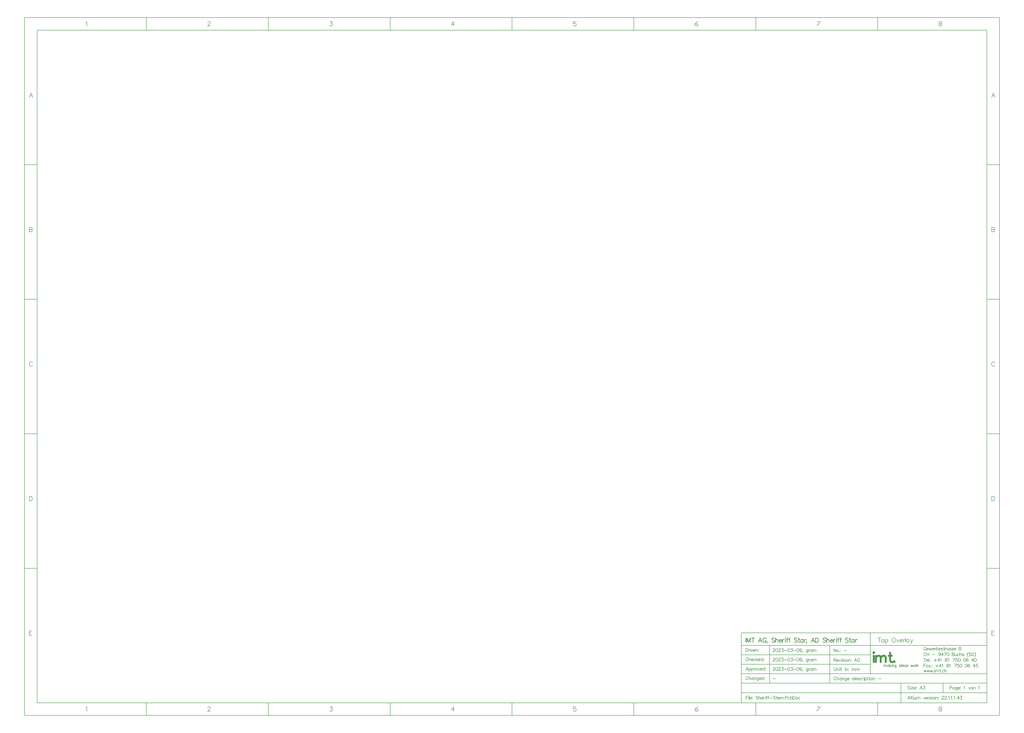
<source format=gto>
G04*
G04 #@! TF.GenerationSoftware,Altium Limited,Altium Designer,22.11.1 (43)*
G04*
G04 Layer_Color=65535*
%FSLAX44Y44*%
%MOMM*%
G71*
G04*
G04 #@! TF.SameCoordinates,DB873E63-77BF-45AF-8D19-C352679DEADA*
G04*
G04*
G04 #@! TF.FilePolarity,Positive*
G04*
G01*
G75*
%ADD10C,0.1270*%
%ADD11C,0.2540*%
%ADD12C,0.2000*%
%ADD13C,0.7620*%
%ADD14C,0.1778*%
D10*
X1895000Y-948810D02*
Y-667260D01*
Y-870070D02*
X2885600D01*
X2009300D02*
Y-717670D01*
X1895000Y-755770D02*
X2415700D01*
X1895000Y-793870D02*
X2415700D01*
X1895000Y-831970D02*
X2886200D01*
X2415700Y-832360D02*
Y-666870D01*
X1895000Y-717670D02*
X2885600D01*
X1895000Y-666870D02*
X2885600D01*
X1895270Y-908270D02*
X2885870D01*
X2251870Y-870070D02*
Y-717670D01*
X2538890Y-949200D02*
Y-870206D01*
X2709070Y-908306D02*
Y-870206D01*
X1460625Y1768600D02*
Y1819400D01*
X-15750Y1768600D02*
Y1819400D01*
X2444875Y-1000000D02*
Y-949200D01*
X1952750Y-1000000D02*
Y-949200D01*
X1460625Y-1000000D02*
Y-949200D01*
X968500Y-1000000D02*
Y-949200D01*
X476375Y-1000000D02*
Y-949200D01*
X-15750Y-1000000D02*
Y-949200D01*
X-507875Y-1000000D02*
Y-949200D01*
X-1000000Y-405640D02*
X-949200D01*
X-1000000Y137920D02*
X-949200D01*
X-1000000Y681480D02*
X-949200D01*
X2444875Y1768600D02*
Y1819400D01*
X1952750Y1768600D02*
Y1819400D01*
X968500Y1768600D02*
Y1819400D01*
X476375Y1768600D02*
Y1819400D01*
X-507875Y1768600D02*
Y1819400D01*
X-949200Y1768600D02*
X2886200D01*
Y-949200D02*
Y1768600D01*
X-949200Y-949200D02*
X2886200D01*
X-949200D02*
Y1768600D01*
X-1000000Y1819400D02*
X2937000D01*
Y-1000000D02*
Y1819400D01*
X-1000000Y-1000000D02*
X2937000D01*
X-1000000D02*
Y1819400D01*
Y1225040D02*
X-949200D01*
X2886200D02*
X2937000D01*
X2886200Y681480D02*
X2937000D01*
X2886200Y137920D02*
X2937000D01*
X2886200Y-405640D02*
X2937000D01*
X2277449Y-847696D02*
X2276845Y-846487D01*
X2275636Y-845277D01*
X2274426Y-844673D01*
X2272008D01*
X2270798Y-845277D01*
X2269589Y-846487D01*
X2268985Y-847696D01*
X2268380Y-849510D01*
Y-852533D01*
X2268985Y-854347D01*
X2269589Y-855556D01*
X2270798Y-856765D01*
X2272008Y-857370D01*
X2274426D01*
X2275636Y-856765D01*
X2276845Y-855556D01*
X2277449Y-854347D01*
X2281017Y-844673D02*
Y-857370D01*
Y-851324D02*
X2282831Y-849510D01*
X2284040Y-848905D01*
X2285854D01*
X2287063Y-849510D01*
X2287668Y-851324D01*
Y-857370D01*
X2298249Y-848905D02*
Y-857370D01*
Y-850719D02*
X2297040Y-849510D01*
X2295830Y-848905D01*
X2294016D01*
X2292807Y-849510D01*
X2291598Y-850719D01*
X2290993Y-852533D01*
Y-853742D01*
X2291598Y-855556D01*
X2292807Y-856765D01*
X2294016Y-857370D01*
X2295830D01*
X2297040Y-856765D01*
X2298249Y-855556D01*
X2301635Y-848905D02*
Y-857370D01*
Y-851324D02*
X2303449Y-849510D01*
X2304658Y-848905D01*
X2306472D01*
X2307681Y-849510D01*
X2308286Y-851324D01*
Y-857370D01*
X2318867Y-848905D02*
Y-858579D01*
X2318262Y-860393D01*
X2317657Y-860998D01*
X2316448Y-861602D01*
X2314634D01*
X2313425Y-860998D01*
X2318867Y-850719D02*
X2317657Y-849510D01*
X2316448Y-848905D01*
X2314634D01*
X2313425Y-849510D01*
X2312216Y-850719D01*
X2311611Y-852533D01*
Y-853742D01*
X2312216Y-855556D01*
X2313425Y-856765D01*
X2314634Y-857370D01*
X2316448D01*
X2317657Y-856765D01*
X2318867Y-855556D01*
X2322253Y-852533D02*
X2329508D01*
Y-851324D01*
X2328904Y-850114D01*
X2328299Y-849510D01*
X2327090Y-848905D01*
X2325276D01*
X2324067Y-849510D01*
X2322857Y-850719D01*
X2322253Y-852533D01*
Y-853742D01*
X2322857Y-855556D01*
X2324067Y-856765D01*
X2325276Y-857370D01*
X2327090D01*
X2328299Y-856765D01*
X2329508Y-855556D01*
X2349461Y-844673D02*
Y-857370D01*
Y-850719D02*
X2348252Y-849510D01*
X2347043Y-848905D01*
X2345229D01*
X2344019Y-849510D01*
X2342810Y-850719D01*
X2342206Y-852533D01*
Y-853742D01*
X2342810Y-855556D01*
X2344019Y-856765D01*
X2345229Y-857370D01*
X2347043D01*
X2348252Y-856765D01*
X2349461Y-855556D01*
X2352847Y-852533D02*
X2360103D01*
Y-851324D01*
X2359498Y-850114D01*
X2358893Y-849510D01*
X2357684Y-848905D01*
X2355870D01*
X2354661Y-849510D01*
X2353452Y-850719D01*
X2352847Y-852533D01*
Y-853742D01*
X2353452Y-855556D01*
X2354661Y-856765D01*
X2355870Y-857370D01*
X2357684D01*
X2358893Y-856765D01*
X2360103Y-855556D01*
X2369474Y-850719D02*
X2368870Y-849510D01*
X2367056Y-848905D01*
X2365242D01*
X2363428Y-849510D01*
X2362824Y-850719D01*
X2363428Y-851928D01*
X2364637Y-852533D01*
X2367661Y-853138D01*
X2368870Y-853742D01*
X2369474Y-854951D01*
Y-855556D01*
X2368870Y-856765D01*
X2367056Y-857370D01*
X2365242D01*
X2363428Y-856765D01*
X2362824Y-855556D01*
X2379391Y-850719D02*
X2378181Y-849510D01*
X2376972Y-848905D01*
X2375158D01*
X2373949Y-849510D01*
X2372740Y-850719D01*
X2372135Y-852533D01*
Y-853742D01*
X2372740Y-855556D01*
X2373949Y-856765D01*
X2375158Y-857370D01*
X2376972D01*
X2378181Y-856765D01*
X2379391Y-855556D01*
X2382111Y-848905D02*
Y-857370D01*
Y-852533D02*
X2382716Y-850719D01*
X2383925Y-849510D01*
X2385134Y-848905D01*
X2386948D01*
X2389306Y-844673D02*
X2389911Y-845277D01*
X2390516Y-844673D01*
X2389911Y-844068D01*
X2389306Y-844673D01*
X2389911Y-848905D02*
Y-857370D01*
X2392753Y-848905D02*
Y-861602D01*
Y-850719D02*
X2393962Y-849510D01*
X2395171Y-848905D01*
X2396985D01*
X2398195Y-849510D01*
X2399404Y-850719D01*
X2400009Y-852533D01*
Y-853742D01*
X2399404Y-855556D01*
X2398195Y-856765D01*
X2396985Y-857370D01*
X2395171D01*
X2393962Y-856765D01*
X2392753Y-855556D01*
X2404543Y-844673D02*
Y-854951D01*
X2405148Y-856765D01*
X2406357Y-857370D01*
X2407566D01*
X2402729Y-848905D02*
X2406962D01*
X2410589Y-844673D02*
X2411194Y-845277D01*
X2411799Y-844673D01*
X2411194Y-844068D01*
X2410589Y-844673D01*
X2411194Y-848905D02*
Y-857370D01*
X2417059Y-848905D02*
X2415850Y-849510D01*
X2414641Y-850719D01*
X2414036Y-852533D01*
Y-853742D01*
X2414641Y-855556D01*
X2415850Y-856765D01*
X2417059Y-857370D01*
X2418873D01*
X2420082Y-856765D01*
X2421292Y-855556D01*
X2421896Y-853742D01*
Y-852533D01*
X2421292Y-850719D01*
X2420082Y-849510D01*
X2418873Y-848905D01*
X2417059D01*
X2424677D02*
Y-857370D01*
Y-851324D02*
X2426491Y-849510D01*
X2427701Y-848905D01*
X2429514D01*
X2430724Y-849510D01*
X2431328Y-851324D01*
Y-857370D01*
X2435258Y-848905D02*
X2434654Y-849510D01*
X2435258Y-850114D01*
X2435863Y-849510D01*
X2435258Y-848905D01*
Y-856161D02*
X2434654Y-856765D01*
X2435258Y-857370D01*
X2435863Y-856765D01*
X2435258Y-856161D01*
X2448621Y-851928D02*
X2459504D01*
X2267710Y-770133D02*
Y-782830D01*
Y-770133D02*
X2273152D01*
X2274966Y-770737D01*
X2275570Y-771342D01*
X2276175Y-772551D01*
Y-773761D01*
X2275570Y-774970D01*
X2274966Y-775574D01*
X2273152Y-776179D01*
X2267710D01*
X2271942D02*
X2276175Y-782830D01*
X2279017Y-777993D02*
X2286272D01*
Y-776784D01*
X2285668Y-775574D01*
X2285063Y-774970D01*
X2283854Y-774365D01*
X2282040D01*
X2280831Y-774970D01*
X2279621Y-776179D01*
X2279017Y-777993D01*
Y-779202D01*
X2279621Y-781016D01*
X2280831Y-782225D01*
X2282040Y-782830D01*
X2283854D01*
X2285063Y-782225D01*
X2286272Y-781016D01*
X2288993Y-774365D02*
X2292621Y-782830D01*
X2296249Y-774365D02*
X2292621Y-782830D01*
X2299514Y-770133D02*
X2300118Y-770737D01*
X2300723Y-770133D01*
X2300118Y-769528D01*
X2299514Y-770133D01*
X2300118Y-774365D02*
Y-782830D01*
X2309611Y-776179D02*
X2309006Y-774970D01*
X2307193Y-774365D01*
X2305379D01*
X2303565Y-774970D01*
X2302960Y-776179D01*
X2303565Y-777388D01*
X2304774Y-777993D01*
X2307797Y-778598D01*
X2309006Y-779202D01*
X2309611Y-780412D01*
Y-781016D01*
X2309006Y-782225D01*
X2307193Y-782830D01*
X2305379D01*
X2303565Y-782225D01*
X2302960Y-781016D01*
X2313481Y-770133D02*
X2314085Y-770737D01*
X2314690Y-770133D01*
X2314085Y-769528D01*
X2313481Y-770133D01*
X2314085Y-774365D02*
Y-782830D01*
X2319950Y-774365D02*
X2318741Y-774970D01*
X2317532Y-776179D01*
X2316927Y-777993D01*
Y-779202D01*
X2317532Y-781016D01*
X2318741Y-782225D01*
X2319950Y-782830D01*
X2321764D01*
X2322973Y-782225D01*
X2324183Y-781016D01*
X2324787Y-779202D01*
Y-777993D01*
X2324183Y-776179D01*
X2322973Y-774970D01*
X2321764Y-774365D01*
X2319950D01*
X2327569D02*
Y-782830D01*
Y-776784D02*
X2329382Y-774970D01*
X2330592Y-774365D01*
X2332406D01*
X2333615Y-774970D01*
X2334220Y-776784D01*
Y-782830D01*
X2338150Y-774365D02*
X2337545Y-774970D01*
X2338150Y-775574D01*
X2338754Y-774970D01*
X2338150Y-774365D01*
Y-781621D02*
X2337545Y-782225D01*
X2338150Y-782830D01*
X2338754Y-782225D01*
X2338150Y-781621D01*
X2361186Y-782830D02*
X2356349Y-770133D01*
X2351512Y-782830D01*
X2353326Y-778598D02*
X2359372D01*
X2367777Y-770133D02*
X2365963Y-770737D01*
X2364754Y-772551D01*
X2364149Y-775574D01*
Y-777388D01*
X2364754Y-780412D01*
X2365963Y-782225D01*
X2367777Y-782830D01*
X2368986D01*
X2370800Y-782225D01*
X2372009Y-780412D01*
X2372614Y-777388D01*
Y-775574D01*
X2372009Y-772551D01*
X2370800Y-770737D01*
X2368986Y-770133D01*
X2367777D01*
X2736340Y-888544D02*
X2741782D01*
X2743596Y-887939D01*
X2744200Y-887334D01*
X2744805Y-886125D01*
Y-884311D01*
X2744200Y-883102D01*
X2743596Y-882497D01*
X2741782Y-881893D01*
X2736340D01*
Y-894590D01*
X2754902Y-886125D02*
Y-894590D01*
Y-887939D02*
X2753693Y-886730D01*
X2752484Y-886125D01*
X2750670D01*
X2749460Y-886730D01*
X2748251Y-887939D01*
X2747646Y-889753D01*
Y-890962D01*
X2748251Y-892776D01*
X2749460Y-893985D01*
X2750670Y-894590D01*
X2752484D01*
X2753693Y-893985D01*
X2754902Y-892776D01*
X2765544Y-886125D02*
Y-895799D01*
X2764939Y-897613D01*
X2764334Y-898218D01*
X2763125Y-898822D01*
X2761311D01*
X2760102Y-898218D01*
X2765544Y-887939D02*
X2764334Y-886730D01*
X2763125Y-886125D01*
X2761311D01*
X2760102Y-886730D01*
X2758893Y-887939D01*
X2758288Y-889753D01*
Y-890962D01*
X2758893Y-892776D01*
X2760102Y-893985D01*
X2761311Y-894590D01*
X2763125D01*
X2764334Y-893985D01*
X2765544Y-892776D01*
X2768930Y-889753D02*
X2776185D01*
Y-888544D01*
X2775581Y-887334D01*
X2774976Y-886730D01*
X2773767Y-886125D01*
X2771953D01*
X2770744Y-886730D01*
X2769534Y-887939D01*
X2768930Y-889753D01*
Y-890962D01*
X2769534Y-892776D01*
X2770744Y-893985D01*
X2771953Y-894590D01*
X2773767D01*
X2774976Y-893985D01*
X2776185Y-892776D01*
X2779511Y-886125D02*
X2778906Y-886730D01*
X2779511Y-887334D01*
X2780115Y-886730D01*
X2779511Y-886125D01*
Y-893381D02*
X2778906Y-893985D01*
X2779511Y-894590D01*
X2780115Y-893985D01*
X2779511Y-893381D01*
X2792873Y-884311D02*
X2794082Y-883707D01*
X2795896Y-881893D01*
Y-894590D01*
X2812161Y-886125D02*
X2815789Y-894590D01*
X2819417Y-886125D02*
X2815789Y-894590D01*
X2824496Y-886125D02*
X2823286Y-886730D01*
X2822077Y-887939D01*
X2821472Y-889753D01*
Y-890962D01*
X2822077Y-892776D01*
X2823286Y-893985D01*
X2824496Y-894590D01*
X2826309D01*
X2827519Y-893985D01*
X2828728Y-892776D01*
X2829333Y-890962D01*
Y-889753D01*
X2828728Y-887939D01*
X2827519Y-886730D01*
X2826309Y-886125D01*
X2824496D01*
X2832114D02*
Y-894590D01*
Y-888544D02*
X2833928Y-886730D01*
X2835137Y-886125D01*
X2836951D01*
X2838160Y-886730D01*
X2838765Y-888544D01*
Y-894590D01*
X2852067Y-884311D02*
X2853276Y-883707D01*
X2855090Y-881893D01*
Y-894590D01*
X2267710Y-730763D02*
Y-743460D01*
Y-730763D02*
X2276175Y-743460D01*
Y-730763D02*
Y-743460D01*
X2282705Y-734995D02*
X2281496Y-735600D01*
X2280286Y-736809D01*
X2279682Y-738623D01*
Y-739832D01*
X2280286Y-741646D01*
X2281496Y-742855D01*
X2282705Y-743460D01*
X2284519D01*
X2285728Y-742855D01*
X2286937Y-741646D01*
X2287542Y-739832D01*
Y-738623D01*
X2286937Y-736809D01*
X2285728Y-735600D01*
X2284519Y-734995D01*
X2282705D01*
X2290928Y-742251D02*
X2290323Y-742855D01*
X2290928Y-743460D01*
X2291532Y-742855D01*
X2290928Y-742251D01*
X2294918Y-734995D02*
X2294314Y-735600D01*
X2294918Y-736204D01*
X2295523Y-735600D01*
X2294918Y-734995D01*
Y-742251D02*
X2294314Y-742855D01*
X2294918Y-743460D01*
X2295523Y-742855D01*
X2294918Y-742251D01*
X2308281Y-738018D02*
X2319164D01*
X1922454Y-818000D02*
X1917617Y-805303D01*
X1912780Y-818000D01*
X1914594Y-813768D02*
X1920640D01*
X1925417Y-809535D02*
Y-822232D01*
Y-811349D02*
X1926626Y-810140D01*
X1927835Y-809535D01*
X1929649D01*
X1930858Y-810140D01*
X1932068Y-811349D01*
X1932672Y-813163D01*
Y-814372D01*
X1932068Y-816186D01*
X1930858Y-817395D01*
X1929649Y-818000D01*
X1927835D01*
X1926626Y-817395D01*
X1925417Y-816186D01*
X1935393Y-809535D02*
Y-822232D01*
Y-811349D02*
X1936602Y-810140D01*
X1937812Y-809535D01*
X1939626D01*
X1940835Y-810140D01*
X1942044Y-811349D01*
X1942649Y-813163D01*
Y-814372D01*
X1942044Y-816186D01*
X1940835Y-817395D01*
X1939626Y-818000D01*
X1937812D01*
X1936602Y-817395D01*
X1935393Y-816186D01*
X1945370Y-809535D02*
Y-818000D01*
Y-813163D02*
X1945974Y-811349D01*
X1947184Y-810140D01*
X1948393Y-809535D01*
X1950207D01*
X1954379D02*
X1953169Y-810140D01*
X1951960Y-811349D01*
X1951355Y-813163D01*
Y-814372D01*
X1951960Y-816186D01*
X1953169Y-817395D01*
X1954379Y-818000D01*
X1956193D01*
X1957402Y-817395D01*
X1958611Y-816186D01*
X1959216Y-814372D01*
Y-813163D01*
X1958611Y-811349D01*
X1957402Y-810140D01*
X1956193Y-809535D01*
X1954379D01*
X1961997D02*
X1965625Y-818000D01*
X1969253Y-809535D02*
X1965625Y-818000D01*
X1971308Y-813163D02*
X1978564D01*
Y-811954D01*
X1977959Y-810744D01*
X1977355Y-810140D01*
X1976145Y-809535D01*
X1974332D01*
X1973122Y-810140D01*
X1971913Y-811349D01*
X1971308Y-813163D01*
Y-814372D01*
X1971913Y-816186D01*
X1973122Y-817395D01*
X1974332Y-818000D01*
X1976145D01*
X1977355Y-817395D01*
X1978564Y-816186D01*
X1988540Y-805303D02*
Y-818000D01*
Y-811349D02*
X1987331Y-810140D01*
X1986122Y-809535D01*
X1984308D01*
X1983099Y-810140D01*
X1981889Y-811349D01*
X1981285Y-813163D01*
Y-814372D01*
X1981889Y-816186D01*
X1983099Y-817395D01*
X1984308Y-818000D01*
X1986122D01*
X1987331Y-817395D01*
X1988540Y-816186D01*
X1992531Y-809535D02*
X1991926Y-810140D01*
X1992531Y-810744D01*
X1993136Y-810140D01*
X1992531Y-809535D01*
Y-816791D02*
X1991926Y-817395D01*
X1992531Y-818000D01*
X1993136Y-817395D01*
X1992531Y-816791D01*
X1921850Y-770226D02*
X1921245Y-769017D01*
X1920036Y-767807D01*
X1918826Y-767203D01*
X1916408D01*
X1915199Y-767807D01*
X1913989Y-769017D01*
X1913385Y-770226D01*
X1912780Y-772040D01*
Y-775063D01*
X1913385Y-776877D01*
X1913989Y-778086D01*
X1915199Y-779295D01*
X1916408Y-779900D01*
X1918826D01*
X1920036Y-779295D01*
X1921245Y-778086D01*
X1921850Y-776877D01*
X1925417Y-767203D02*
Y-779900D01*
Y-773854D02*
X1927231Y-772040D01*
X1928440Y-771435D01*
X1930254D01*
X1931463Y-772040D01*
X1932068Y-773854D01*
Y-779900D01*
X1935393Y-775063D02*
X1942649D01*
Y-773854D01*
X1942044Y-772644D01*
X1941440Y-772040D01*
X1940230Y-771435D01*
X1938416D01*
X1937207Y-772040D01*
X1935998Y-773249D01*
X1935393Y-775063D01*
Y-776272D01*
X1935998Y-778086D01*
X1937207Y-779295D01*
X1938416Y-779900D01*
X1940230D01*
X1941440Y-779295D01*
X1942649Y-778086D01*
X1952625Y-773249D02*
X1951416Y-772040D01*
X1950207Y-771435D01*
X1948393D01*
X1947184Y-772040D01*
X1945974Y-773249D01*
X1945370Y-775063D01*
Y-776272D01*
X1945974Y-778086D01*
X1947184Y-779295D01*
X1948393Y-779900D01*
X1950207D01*
X1951416Y-779295D01*
X1952625Y-778086D01*
X1955346Y-767203D02*
Y-779900D01*
X1961392Y-771435D02*
X1955346Y-777482D01*
X1957765Y-775063D02*
X1961997Y-779900D01*
X1963992Y-775063D02*
X1971248D01*
Y-773854D01*
X1970643Y-772644D01*
X1970039Y-772040D01*
X1968829Y-771435D01*
X1967016D01*
X1965806Y-772040D01*
X1964597Y-773249D01*
X1963992Y-775063D01*
Y-776272D01*
X1964597Y-778086D01*
X1965806Y-779295D01*
X1967016Y-779900D01*
X1968829D01*
X1970039Y-779295D01*
X1971248Y-778086D01*
X1981224Y-767203D02*
Y-779900D01*
Y-773249D02*
X1980015Y-772040D01*
X1978806Y-771435D01*
X1976992D01*
X1975783Y-772040D01*
X1974573Y-773249D01*
X1973969Y-775063D01*
Y-776272D01*
X1974573Y-778086D01*
X1975783Y-779295D01*
X1976992Y-779900D01*
X1978806D01*
X1980015Y-779295D01*
X1981224Y-778086D01*
X1985215Y-771435D02*
X1984610Y-772040D01*
X1985215Y-772644D01*
X1985820Y-772040D01*
X1985215Y-771435D01*
Y-778691D02*
X1984610Y-779295D01*
X1985215Y-779900D01*
X1985820Y-779295D01*
X1985215Y-778691D01*
X1912780Y-729103D02*
Y-741800D01*
Y-729103D02*
X1917012D01*
X1918826Y-729707D01*
X1920036Y-730917D01*
X1920640Y-732126D01*
X1921245Y-733940D01*
Y-736963D01*
X1920640Y-738777D01*
X1920036Y-739986D01*
X1918826Y-741195D01*
X1917012Y-741800D01*
X1912780D01*
X1924087Y-733335D02*
Y-741800D01*
Y-736963D02*
X1924691Y-735149D01*
X1925901Y-733940D01*
X1927110Y-733335D01*
X1928924D01*
X1937328D02*
Y-741800D01*
Y-735149D02*
X1936119Y-733940D01*
X1934910Y-733335D01*
X1933096D01*
X1931886Y-733940D01*
X1930677Y-735149D01*
X1930072Y-736963D01*
Y-738172D01*
X1930677Y-739986D01*
X1931886Y-741195D01*
X1933096Y-741800D01*
X1934910D01*
X1936119Y-741195D01*
X1937328Y-739986D01*
X1940714Y-733335D02*
X1943133Y-741800D01*
X1945551Y-733335D02*
X1943133Y-741800D01*
X1945551Y-733335D02*
X1947970Y-741800D01*
X1950388Y-733335D02*
X1947970Y-741800D01*
X1953351Y-733335D02*
Y-741800D01*
Y-735754D02*
X1955165Y-733940D01*
X1956374Y-733335D01*
X1958188D01*
X1959397Y-733940D01*
X1960002Y-735754D01*
Y-741800D01*
X1963932Y-733335D02*
X1963327Y-733940D01*
X1963932Y-734544D01*
X1964536Y-733940D01*
X1963932Y-733335D01*
Y-740591D02*
X1963327Y-741195D01*
X1963932Y-741800D01*
X1964536Y-741195D01*
X1963932Y-740591D01*
X1913000Y-922303D02*
Y-935000D01*
Y-922303D02*
X1920860D01*
X1913000Y-928349D02*
X1917837D01*
X1923521Y-922303D02*
X1924125Y-922907D01*
X1924730Y-922303D01*
X1924125Y-921698D01*
X1923521Y-922303D01*
X1924125Y-926535D02*
Y-935000D01*
X1926967Y-922303D02*
Y-935000D01*
X1929627Y-930163D02*
X1936883D01*
Y-928954D01*
X1936278Y-927744D01*
X1935674Y-927140D01*
X1934464Y-926535D01*
X1932650D01*
X1931441Y-927140D01*
X1930232Y-928349D01*
X1929627Y-930163D01*
Y-931372D01*
X1930232Y-933186D01*
X1931441Y-934395D01*
X1932650Y-935000D01*
X1934464D01*
X1935674Y-934395D01*
X1936883Y-933186D01*
X1940208Y-926535D02*
X1939604Y-927140D01*
X1940208Y-927744D01*
X1940813Y-927140D01*
X1940208Y-926535D01*
Y-933791D02*
X1939604Y-934395D01*
X1940208Y-935000D01*
X1940813Y-934395D01*
X1940208Y-933791D01*
X1962036Y-924117D02*
X1960826Y-922907D01*
X1959012Y-922303D01*
X1956594D01*
X1954780Y-922907D01*
X1953571Y-924117D01*
Y-925326D01*
X1954175Y-926535D01*
X1954780Y-927140D01*
X1955989Y-927744D01*
X1959617Y-928954D01*
X1960826Y-929558D01*
X1961431Y-930163D01*
X1962036Y-931372D01*
Y-933186D01*
X1960826Y-934395D01*
X1959012Y-935000D01*
X1956594D01*
X1954780Y-934395D01*
X1953571Y-933186D01*
X1964877Y-922303D02*
Y-935000D01*
Y-928954D02*
X1966691Y-927140D01*
X1967901Y-926535D01*
X1969715D01*
X1970924Y-927140D01*
X1971528Y-928954D01*
Y-935000D01*
X1974854Y-930163D02*
X1982109D01*
Y-928954D01*
X1981505Y-927744D01*
X1980900Y-927140D01*
X1979691Y-926535D01*
X1977877D01*
X1976668Y-927140D01*
X1975459Y-928349D01*
X1974854Y-930163D01*
Y-931372D01*
X1975459Y-933186D01*
X1976668Y-934395D01*
X1977877Y-935000D01*
X1979691D01*
X1980900Y-934395D01*
X1982109Y-933186D01*
X1984830Y-926535D02*
Y-935000D01*
Y-930163D02*
X1985435Y-928349D01*
X1986644Y-927140D01*
X1987854Y-926535D01*
X1989667D01*
X1992025Y-922303D02*
X1992630Y-922907D01*
X1993235Y-922303D01*
X1992630Y-921698D01*
X1992025Y-922303D01*
X1992630Y-926535D02*
Y-935000D01*
X2000309Y-922303D02*
X1999100D01*
X1997890Y-922907D01*
X1997286Y-924721D01*
Y-935000D01*
X1995472Y-926535D02*
X1999704D01*
X2006960Y-922303D02*
X2005751D01*
X2004541Y-922907D01*
X2003937Y-924721D01*
Y-935000D01*
X2002123Y-926535D02*
X2006355D01*
X2008774Y-929558D02*
X2019657D01*
X2031871Y-924117D02*
X2030661Y-922907D01*
X2028848Y-922303D01*
X2026429D01*
X2024615Y-922907D01*
X2023406Y-924117D01*
Y-925326D01*
X2024010Y-926535D01*
X2024615Y-927140D01*
X2025824Y-927744D01*
X2029452Y-928954D01*
X2030661Y-929558D01*
X2031266Y-930163D01*
X2031871Y-931372D01*
Y-933186D01*
X2030661Y-934395D01*
X2028848Y-935000D01*
X2026429D01*
X2024615Y-934395D01*
X2023406Y-933186D01*
X2036526Y-922303D02*
Y-932581D01*
X2037131Y-934395D01*
X2038340Y-935000D01*
X2039550D01*
X2034713Y-926535D02*
X2038945D01*
X2041364Y-930163D02*
X2048619D01*
Y-928954D01*
X2048014Y-927744D01*
X2047410Y-927140D01*
X2046201Y-926535D01*
X2044387D01*
X2043177Y-927140D01*
X2041968Y-928349D01*
X2041364Y-930163D01*
Y-931372D01*
X2041968Y-933186D01*
X2043177Y-934395D01*
X2044387Y-935000D01*
X2046201D01*
X2047410Y-934395D01*
X2048619Y-933186D01*
X2051340Y-926535D02*
Y-935000D01*
Y-930163D02*
X2051944Y-928349D01*
X2053154Y-927140D01*
X2054363Y-926535D01*
X2056177D01*
X2057326D02*
Y-935000D01*
Y-928954D02*
X2059140Y-927140D01*
X2060349Y-926535D01*
X2062163D01*
X2063372Y-927140D01*
X2063977Y-928954D01*
Y-935000D01*
X2067907Y-933791D02*
X2067302Y-934395D01*
X2067907Y-935000D01*
X2068512Y-934395D01*
X2067907Y-933791D01*
X2071293Y-928954D02*
X2076734D01*
X2078548Y-928349D01*
X2079153Y-927744D01*
X2079758Y-926535D01*
Y-924721D01*
X2079153Y-923512D01*
X2078548Y-922907D01*
X2076734Y-922303D01*
X2071293D01*
Y-935000D01*
X2089855Y-928349D02*
X2088646Y-927140D01*
X2087436Y-926535D01*
X2085623D01*
X2084413Y-927140D01*
X2083204Y-928349D01*
X2082599Y-930163D01*
Y-931372D01*
X2083204Y-933186D01*
X2084413Y-934395D01*
X2085623Y-935000D01*
X2087436D01*
X2088646Y-934395D01*
X2089855Y-933186D01*
X2092576Y-922303D02*
Y-935000D01*
Y-928349D02*
X2093785Y-927140D01*
X2094994Y-926535D01*
X2096808D01*
X2098017Y-927140D01*
X2099227Y-928349D01*
X2099831Y-930163D01*
Y-931372D01*
X2099227Y-933186D01*
X2098017Y-934395D01*
X2096808Y-935000D01*
X2094994D01*
X2093785Y-934395D01*
X2092576Y-933186D01*
X2102552Y-922303D02*
Y-935000D01*
Y-922303D02*
X2106785D01*
X2108599Y-922907D01*
X2109808Y-924117D01*
X2110412Y-925326D01*
X2111017Y-927140D01*
Y-930163D01*
X2110412Y-931977D01*
X2109808Y-933186D01*
X2108599Y-934395D01*
X2106785Y-935000D01*
X2102552D01*
X2116882Y-926535D02*
X2115673Y-927140D01*
X2114464Y-928349D01*
X2113859Y-930163D01*
Y-931372D01*
X2114464Y-933186D01*
X2115673Y-934395D01*
X2116882Y-935000D01*
X2118696D01*
X2119905Y-934395D01*
X2121115Y-933186D01*
X2121719Y-931372D01*
Y-930163D01*
X2121115Y-928349D01*
X2119905Y-927140D01*
X2118696Y-926535D01*
X2116882D01*
X2131756Y-928349D02*
X2130547Y-927140D01*
X2129337Y-926535D01*
X2127524D01*
X2126314Y-927140D01*
X2125105Y-928349D01*
X2124500Y-930163D01*
Y-931372D01*
X2125105Y-933186D01*
X2126314Y-934395D01*
X2127524Y-935000D01*
X2129337D01*
X2130547Y-934395D01*
X2131756Y-933186D01*
X2268980Y-806963D02*
Y-816032D01*
X2269585Y-817846D01*
X2270794Y-819055D01*
X2272608Y-819660D01*
X2273817D01*
X2275631Y-819055D01*
X2276840Y-817846D01*
X2277445Y-816032D01*
Y-806963D01*
X2280952Y-811195D02*
Y-819660D01*
Y-813614D02*
X2282766Y-811800D01*
X2283975Y-811195D01*
X2285789D01*
X2286998Y-811800D01*
X2287603Y-813614D01*
Y-819660D01*
X2292137Y-806963D02*
X2292742Y-807567D01*
X2293347Y-806963D01*
X2292742Y-806358D01*
X2292137Y-806963D01*
X2292742Y-811195D02*
Y-819660D01*
X2297398Y-806963D02*
Y-817242D01*
X2298002Y-819055D01*
X2299212Y-819660D01*
X2300421D01*
X2295584Y-811195D02*
X2299816D01*
X2313421Y-806963D02*
X2314025Y-807567D01*
X2314630Y-806963D01*
X2314025Y-806358D01*
X2313421Y-806963D01*
X2314025Y-811195D02*
Y-819660D01*
X2316867Y-811195D02*
Y-819660D01*
Y-813614D02*
X2318681Y-811800D01*
X2319890Y-811195D01*
X2321704D01*
X2322913Y-811800D01*
X2323518Y-813614D01*
Y-819660D01*
X2327448Y-811195D02*
X2326843Y-811800D01*
X2327448Y-812404D01*
X2328053Y-811800D01*
X2327448Y-811195D01*
Y-818451D02*
X2326843Y-819055D01*
X2327448Y-819660D01*
X2328053Y-819055D01*
X2327448Y-818451D01*
X2340810Y-811195D02*
Y-819660D01*
Y-813614D02*
X2342624Y-811800D01*
X2343833Y-811195D01*
X2345647D01*
X2346857Y-811800D01*
X2347461Y-813614D01*
Y-819660D01*
Y-813614D02*
X2349275Y-811800D01*
X2350484Y-811195D01*
X2352298D01*
X2353508Y-811800D01*
X2354112Y-813614D01*
Y-819660D01*
X2358103Y-811195D02*
Y-819660D01*
Y-813614D02*
X2359917Y-811800D01*
X2361126Y-811195D01*
X2362940D01*
X2364149Y-811800D01*
X2364754Y-813614D01*
Y-819660D01*
Y-813614D02*
X2366568Y-811800D01*
X2367777Y-811195D01*
X2369591D01*
X2370800Y-811800D01*
X2371405Y-813614D01*
Y-819660D01*
X2574625Y-883707D02*
X2573416Y-882497D01*
X2571602Y-881893D01*
X2569183D01*
X2567369Y-882497D01*
X2566160Y-883707D01*
Y-884916D01*
X2566765Y-886125D01*
X2567369Y-886730D01*
X2568578Y-887334D01*
X2572206Y-888544D01*
X2573416Y-889148D01*
X2574020Y-889753D01*
X2574625Y-890962D01*
Y-892776D01*
X2573416Y-893985D01*
X2571602Y-894590D01*
X2569183D01*
X2567369Y-893985D01*
X2566160Y-892776D01*
X2578676Y-881893D02*
X2579280Y-882497D01*
X2579885Y-881893D01*
X2579280Y-881288D01*
X2578676Y-881893D01*
X2579280Y-886125D02*
Y-894590D01*
X2588773Y-886125D02*
X2582122Y-894590D01*
Y-886125D02*
X2588773D01*
X2582122Y-894590D02*
X2588773D01*
X2591434Y-889753D02*
X2598689D01*
Y-888544D01*
X2598085Y-887334D01*
X2597480Y-886730D01*
X2596271Y-886125D01*
X2594457D01*
X2593247Y-886730D01*
X2592038Y-887939D01*
X2591434Y-889753D01*
Y-890962D01*
X2592038Y-892776D01*
X2593247Y-893985D01*
X2594457Y-894590D01*
X2596271D01*
X2597480Y-893985D01*
X2598689Y-892776D01*
X2602015Y-886125D02*
X2601410Y-886730D01*
X2602015Y-887334D01*
X2602619Y-886730D01*
X2602015Y-886125D01*
Y-893381D02*
X2601410Y-893985D01*
X2602015Y-894590D01*
X2602619Y-893985D01*
X2602015Y-893381D01*
X2625051Y-894590D02*
X2620214Y-881893D01*
X2615377Y-894590D01*
X2617191Y-890358D02*
X2623237D01*
X2629223Y-881893D02*
X2635874D01*
X2632246Y-886730D01*
X2634060D01*
X2635269Y-887334D01*
X2635874Y-887939D01*
X2636479Y-889753D01*
Y-890962D01*
X2635874Y-892776D01*
X2634665Y-893985D01*
X2632851Y-894590D01*
X2631037D01*
X2629223Y-893985D01*
X2628618Y-893381D01*
X2628014Y-892171D01*
X2631600Y-792603D02*
Y-805300D01*
Y-792603D02*
X2639460D01*
X2631600Y-798649D02*
X2636437D01*
X2648167Y-796835D02*
Y-805300D01*
Y-798649D02*
X2646958Y-797440D01*
X2645748Y-796835D01*
X2643935D01*
X2642725Y-797440D01*
X2641516Y-798649D01*
X2640911Y-800463D01*
Y-801672D01*
X2641516Y-803486D01*
X2642725Y-804695D01*
X2643935Y-805300D01*
X2645748D01*
X2646958Y-804695D01*
X2648167Y-803486D01*
X2651553Y-796835D02*
X2658204Y-805300D01*
Y-796835D02*
X2651553Y-805300D01*
X2661469Y-804091D02*
X2660864Y-804695D01*
X2661469Y-805300D01*
X2662073Y-804695D01*
X2661469Y-804091D01*
X2665459Y-796835D02*
X2664855Y-797440D01*
X2665459Y-798044D01*
X2666064Y-797440D01*
X2665459Y-796835D01*
Y-804091D02*
X2664855Y-804695D01*
X2665459Y-805300D01*
X2666064Y-804695D01*
X2665459Y-804091D01*
X2684264Y-794417D02*
Y-805300D01*
X2678822Y-799858D02*
X2689705D01*
X2699500Y-792603D02*
X2693454Y-801068D01*
X2702523D01*
X2699500Y-792603D02*
Y-805300D01*
X2704760Y-795021D02*
X2705970Y-794417D01*
X2707784Y-792603D01*
Y-805300D01*
X2727072Y-792603D02*
X2725258Y-793207D01*
X2724653Y-794417D01*
Y-795626D01*
X2725258Y-796835D01*
X2726467Y-797440D01*
X2728885Y-798044D01*
X2730699Y-798649D01*
X2731909Y-799858D01*
X2732513Y-801068D01*
Y-802881D01*
X2731909Y-804091D01*
X2731304Y-804695D01*
X2729490Y-805300D01*
X2727072D01*
X2725258Y-804695D01*
X2724653Y-804091D01*
X2724048Y-802881D01*
Y-801068D01*
X2724653Y-799858D01*
X2725862Y-798649D01*
X2727676Y-798044D01*
X2730095Y-797440D01*
X2731304Y-796835D01*
X2731909Y-795626D01*
Y-794417D01*
X2731304Y-793207D01*
X2729490Y-792603D01*
X2727072D01*
X2735355Y-795021D02*
X2736564Y-794417D01*
X2738378Y-792603D01*
Y-805300D01*
X2763108Y-792603D02*
X2757061Y-805300D01*
X2754643Y-792603D02*
X2763108D01*
X2773205D02*
X2767159D01*
X2766554Y-798044D01*
X2767159Y-797440D01*
X2768972Y-796835D01*
X2770786D01*
X2772600Y-797440D01*
X2773810Y-798649D01*
X2774414Y-800463D01*
Y-801672D01*
X2773810Y-803486D01*
X2772600Y-804695D01*
X2770786Y-805300D01*
X2768972D01*
X2767159Y-804695D01*
X2766554Y-804091D01*
X2765949Y-802881D01*
X2780884Y-792603D02*
X2779070Y-793207D01*
X2777861Y-795021D01*
X2777256Y-798044D01*
Y-799858D01*
X2777861Y-802881D01*
X2779070Y-804695D01*
X2780884Y-805300D01*
X2782093D01*
X2783907Y-804695D01*
X2785116Y-802881D01*
X2785721Y-799858D01*
Y-798044D01*
X2785116Y-795021D01*
X2783907Y-793207D01*
X2782093Y-792603D01*
X2780884D01*
X2802167D02*
X2800353Y-793207D01*
X2799144Y-795021D01*
X2798539Y-798044D01*
Y-799858D01*
X2799144Y-802881D01*
X2800353Y-804695D01*
X2802167Y-805300D01*
X2803376D01*
X2805190Y-804695D01*
X2806399Y-802881D01*
X2807004Y-799858D01*
Y-798044D01*
X2806399Y-795021D01*
X2805190Y-793207D01*
X2803376Y-792603D01*
X2802167D01*
X2817101Y-794417D02*
X2816497Y-793207D01*
X2814683Y-792603D01*
X2813474D01*
X2811660Y-793207D01*
X2810450Y-795021D01*
X2809846Y-798044D01*
Y-801068D01*
X2810450Y-803486D01*
X2811660Y-804695D01*
X2813474Y-805300D01*
X2814078D01*
X2815892Y-804695D01*
X2817101Y-803486D01*
X2817706Y-801672D01*
Y-801068D01*
X2817101Y-799254D01*
X2815892Y-798044D01*
X2814078Y-797440D01*
X2813474D01*
X2811660Y-798044D01*
X2810450Y-799254D01*
X2809846Y-801068D01*
X2836510Y-792603D02*
X2830464Y-801068D01*
X2839533D01*
X2836510Y-792603D02*
Y-805300D01*
X2849026Y-792603D02*
X2842979D01*
X2842375Y-798044D01*
X2842979Y-797440D01*
X2844793Y-796835D01*
X2846607D01*
X2848421Y-797440D01*
X2849630Y-798649D01*
X2850235Y-800463D01*
Y-801672D01*
X2849630Y-803486D01*
X2848421Y-804695D01*
X2846607Y-805300D01*
X2844793D01*
X2842979Y-804695D01*
X2842375Y-804091D01*
X2841770Y-802881D01*
X2635833Y-769743D02*
Y-782440D01*
X2631600Y-769743D02*
X2640065D01*
X2641577Y-777603D02*
X2648832D01*
Y-776394D01*
X2648228Y-775184D01*
X2647623Y-774580D01*
X2646414Y-773975D01*
X2644600D01*
X2643390Y-774580D01*
X2642181Y-775789D01*
X2641577Y-777603D01*
Y-778812D01*
X2642181Y-780626D01*
X2643390Y-781835D01*
X2644600Y-782440D01*
X2646414D01*
X2647623Y-781835D01*
X2648832Y-780626D01*
X2651553Y-769743D02*
Y-782440D01*
X2654818Y-781231D02*
X2654213Y-781835D01*
X2654818Y-782440D01*
X2655422Y-781835D01*
X2654818Y-781231D01*
X2658808Y-773975D02*
X2658204Y-774580D01*
X2658808Y-775184D01*
X2659413Y-774580D01*
X2658808Y-773975D01*
Y-781231D02*
X2658204Y-781835D01*
X2658808Y-782440D01*
X2659413Y-781835D01*
X2658808Y-781231D01*
X2677613Y-771557D02*
Y-782440D01*
X2672171Y-776998D02*
X2683054D01*
X2692849Y-769743D02*
X2686803Y-778208D01*
X2695872D01*
X2692849Y-769743D02*
Y-782440D01*
X2698109Y-772161D02*
X2699319Y-771557D01*
X2701133Y-769743D01*
Y-782440D01*
X2720421Y-769743D02*
X2718607Y-770347D01*
X2718002Y-771557D01*
Y-772766D01*
X2718607Y-773975D01*
X2719816Y-774580D01*
X2722234Y-775184D01*
X2724048Y-775789D01*
X2725258Y-776998D01*
X2725862Y-778208D01*
Y-780022D01*
X2725258Y-781231D01*
X2724653Y-781835D01*
X2722839Y-782440D01*
X2720421D01*
X2718607Y-781835D01*
X2718002Y-781231D01*
X2717397Y-780022D01*
Y-778208D01*
X2718002Y-776998D01*
X2719211Y-775789D01*
X2721025Y-775184D01*
X2723444Y-774580D01*
X2724653Y-773975D01*
X2725258Y-772766D01*
Y-771557D01*
X2724653Y-770347D01*
X2722839Y-769743D01*
X2720421D01*
X2728704Y-772161D02*
X2729913Y-771557D01*
X2731727Y-769743D01*
Y-782440D01*
X2756457Y-769743D02*
X2750410Y-782440D01*
X2747992Y-769743D02*
X2756457D01*
X2766554D02*
X2760508D01*
X2759903Y-775184D01*
X2760508Y-774580D01*
X2762321Y-773975D01*
X2764135D01*
X2765949Y-774580D01*
X2767159Y-775789D01*
X2767763Y-777603D01*
Y-778812D01*
X2767159Y-780626D01*
X2765949Y-781835D01*
X2764135Y-782440D01*
X2762321D01*
X2760508Y-781835D01*
X2759903Y-781231D01*
X2759298Y-780022D01*
X2774233Y-769743D02*
X2772419Y-770347D01*
X2771210Y-772161D01*
X2770605Y-775184D01*
Y-776998D01*
X2771210Y-780022D01*
X2772419Y-781835D01*
X2774233Y-782440D01*
X2775442D01*
X2777256Y-781835D01*
X2778465Y-780022D01*
X2779070Y-776998D01*
Y-775184D01*
X2778465Y-772161D01*
X2777256Y-770347D01*
X2775442Y-769743D01*
X2774233D01*
X2795516D02*
X2793702Y-770347D01*
X2792493Y-772161D01*
X2791888Y-775184D01*
Y-776998D01*
X2792493Y-780022D01*
X2793702Y-781835D01*
X2795516Y-782440D01*
X2796725D01*
X2798539Y-781835D01*
X2799748Y-780022D01*
X2800353Y-776998D01*
Y-775184D01*
X2799748Y-772161D01*
X2798539Y-770347D01*
X2796725Y-769743D01*
X2795516D01*
X2810450Y-771557D02*
X2809846Y-770347D01*
X2808032Y-769743D01*
X2806823D01*
X2805009Y-770347D01*
X2803799Y-772161D01*
X2803195Y-775184D01*
Y-778208D01*
X2803799Y-780626D01*
X2805009Y-781835D01*
X2806823Y-782440D01*
X2807427D01*
X2809241Y-781835D01*
X2810450Y-780626D01*
X2811055Y-778812D01*
Y-778208D01*
X2810450Y-776394D01*
X2809241Y-775184D01*
X2807427Y-774580D01*
X2806823D01*
X2805009Y-775184D01*
X2803799Y-776394D01*
X2803195Y-778208D01*
X2829859Y-769743D02*
X2823813Y-778208D01*
X2832882D01*
X2829859Y-769743D02*
Y-782440D01*
X2838747Y-769743D02*
X2836933Y-770347D01*
X2835724Y-772161D01*
X2835119Y-775184D01*
Y-776998D01*
X2835724Y-780022D01*
X2836933Y-781835D01*
X2838747Y-782440D01*
X2839956D01*
X2841770Y-781835D01*
X2842979Y-780022D01*
X2843584Y-776998D01*
Y-775184D01*
X2842979Y-772161D01*
X2841770Y-770347D01*
X2839956Y-769743D01*
X2838747D01*
X2640670Y-749906D02*
X2640065Y-748697D01*
X2638856Y-747487D01*
X2637646Y-746883D01*
X2635228D01*
X2634019Y-747487D01*
X2632809Y-748697D01*
X2632205Y-749906D01*
X2631600Y-751720D01*
Y-754743D01*
X2632205Y-756557D01*
X2632809Y-757766D01*
X2634019Y-758975D01*
X2635228Y-759580D01*
X2637646D01*
X2638856Y-758975D01*
X2640065Y-757766D01*
X2640670Y-756557D01*
X2644237Y-746883D02*
Y-759580D01*
X2652702Y-746883D02*
Y-759580D01*
X2644237Y-752929D02*
X2652702D01*
X2666185Y-754138D02*
X2677068D01*
X2698654Y-751115D02*
X2698049Y-752929D01*
X2696840Y-754138D01*
X2695026Y-754743D01*
X2694421D01*
X2692607Y-754138D01*
X2691398Y-752929D01*
X2690793Y-751115D01*
Y-750510D01*
X2691398Y-748697D01*
X2692607Y-747487D01*
X2694421Y-746883D01*
X2695026D01*
X2696840Y-747487D01*
X2698049Y-748697D01*
X2698654Y-751115D01*
Y-754138D01*
X2698049Y-757161D01*
X2696840Y-758975D01*
X2695026Y-759580D01*
X2693817D01*
X2692003Y-758975D01*
X2691398Y-757766D01*
X2708146Y-746883D02*
X2702100Y-755348D01*
X2711170D01*
X2708146Y-746883D02*
Y-759580D01*
X2721872Y-746883D02*
X2715825Y-759580D01*
X2713407Y-746883D02*
X2721872D01*
X2728341D02*
X2726527Y-747487D01*
X2725318Y-749301D01*
X2724713Y-752324D01*
Y-754138D01*
X2725318Y-757161D01*
X2726527Y-758975D01*
X2728341Y-759580D01*
X2729550D01*
X2731364Y-758975D01*
X2732574Y-757161D01*
X2733178Y-754138D01*
Y-752324D01*
X2732574Y-749301D01*
X2731364Y-747487D01*
X2729550Y-746883D01*
X2728341D01*
X2745996D02*
Y-759580D01*
Y-746883D02*
X2751438D01*
X2753252Y-747487D01*
X2753857Y-748092D01*
X2754461Y-749301D01*
Y-750510D01*
X2753857Y-751720D01*
X2753252Y-752324D01*
X2751438Y-752929D01*
X2745996D02*
X2751438D01*
X2753252Y-753534D01*
X2753857Y-754138D01*
X2754461Y-755348D01*
Y-757161D01*
X2753857Y-758371D01*
X2753252Y-758975D01*
X2751438Y-759580D01*
X2745996D01*
X2757303Y-751115D02*
Y-757161D01*
X2757908Y-758975D01*
X2759117Y-759580D01*
X2760931D01*
X2762140Y-758975D01*
X2763954Y-757161D01*
Y-751115D02*
Y-759580D01*
X2774535Y-752929D02*
X2773326Y-751720D01*
X2772117Y-751115D01*
X2770303D01*
X2769093Y-751720D01*
X2767884Y-752929D01*
X2767279Y-754743D01*
Y-755952D01*
X2767884Y-757766D01*
X2769093Y-758975D01*
X2770303Y-759580D01*
X2772117D01*
X2773326Y-758975D01*
X2774535Y-757766D01*
X2777256Y-746883D02*
Y-759580D01*
Y-753534D02*
X2779070Y-751720D01*
X2780279Y-751115D01*
X2782093D01*
X2783302Y-751720D01*
X2783907Y-753534D01*
Y-759580D01*
X2793883Y-752929D02*
X2793279Y-751720D01*
X2791465Y-751115D01*
X2789651D01*
X2787837Y-751720D01*
X2787232Y-752929D01*
X2787837Y-754138D01*
X2789046Y-754743D01*
X2792069Y-755348D01*
X2793279Y-755952D01*
X2793883Y-757161D01*
Y-757766D01*
X2793279Y-758975D01*
X2791465Y-759580D01*
X2789651D01*
X2787837Y-758975D01*
X2787232Y-757766D01*
X2810753Y-744464D02*
X2809543Y-745674D01*
X2808334Y-747487D01*
X2807125Y-749906D01*
X2806520Y-752929D01*
Y-755348D01*
X2807125Y-758371D01*
X2808334Y-760789D01*
X2809543Y-762603D01*
X2810753Y-763812D01*
X2809543Y-745674D02*
X2808334Y-748092D01*
X2807729Y-749906D01*
X2807125Y-752929D01*
Y-755348D01*
X2807729Y-758371D01*
X2808334Y-760185D01*
X2809543Y-762603D01*
X2821636Y-748697D02*
X2820427Y-747487D01*
X2818613Y-746883D01*
X2816194D01*
X2814380Y-747487D01*
X2813171Y-748697D01*
Y-749906D01*
X2813776Y-751115D01*
X2814380Y-751720D01*
X2815590Y-752324D01*
X2819218Y-753534D01*
X2820427Y-754138D01*
X2821031Y-754743D01*
X2821636Y-755952D01*
Y-757766D01*
X2820427Y-758975D01*
X2818613Y-759580D01*
X2816194D01*
X2814380Y-758975D01*
X2813171Y-757766D01*
X2833547Y-749906D02*
X2832943Y-748697D01*
X2831733Y-747487D01*
X2830524Y-746883D01*
X2828105D01*
X2826896Y-747487D01*
X2825687Y-748697D01*
X2825082Y-749906D01*
X2824478Y-751720D01*
Y-754743D01*
X2825082Y-756557D01*
X2825687Y-757766D01*
X2826896Y-758975D01*
X2828105Y-759580D01*
X2830524D01*
X2831733Y-758975D01*
X2832943Y-757766D01*
X2833547Y-756557D01*
Y-754743D01*
X2830524D02*
X2833547D01*
X2836450Y-744464D02*
X2837659Y-745674D01*
X2838868Y-747487D01*
X2840077Y-749906D01*
X2840682Y-752929D01*
Y-755348D01*
X2840077Y-758371D01*
X2838868Y-760789D01*
X2837659Y-762603D01*
X2836450Y-763812D01*
X2837659Y-745674D02*
X2838868Y-748092D01*
X2839473Y-749906D01*
X2840077Y-752929D01*
Y-755348D01*
X2839473Y-758371D01*
X2838868Y-760185D01*
X2837659Y-762603D01*
X2640670Y-727046D02*
X2640065Y-725837D01*
X2638856Y-724627D01*
X2637646Y-724023D01*
X2635228D01*
X2634019Y-724627D01*
X2632809Y-725837D01*
X2632205Y-727046D01*
X2631600Y-728860D01*
Y-731883D01*
X2632205Y-733697D01*
X2632809Y-734906D01*
X2634019Y-736115D01*
X2635228Y-736720D01*
X2637646D01*
X2638856Y-736115D01*
X2640065Y-734906D01*
X2640670Y-733697D01*
Y-731883D01*
X2637646D02*
X2640670D01*
X2643572D02*
X2650827D01*
Y-730674D01*
X2650223Y-729464D01*
X2649618Y-728860D01*
X2648409Y-728255D01*
X2646595D01*
X2645386Y-728860D01*
X2644176Y-730069D01*
X2643572Y-731883D01*
Y-733092D01*
X2644176Y-734906D01*
X2645386Y-736115D01*
X2646595Y-736720D01*
X2648409D01*
X2649618Y-736115D01*
X2650827Y-734906D01*
X2653548Y-728255D02*
X2655967Y-736720D01*
X2658385Y-728255D02*
X2655967Y-736720D01*
X2658385Y-728255D02*
X2660804Y-736720D01*
X2663222Y-728255D02*
X2660804Y-736720D01*
X2666185Y-731883D02*
X2673441D01*
Y-730674D01*
X2672836Y-729464D01*
X2672231Y-728860D01*
X2671022Y-728255D01*
X2669208D01*
X2667999Y-728860D01*
X2666790Y-730069D01*
X2666185Y-731883D01*
Y-733092D01*
X2666790Y-734906D01*
X2667999Y-736115D01*
X2669208Y-736720D01*
X2671022D01*
X2672231Y-736115D01*
X2673441Y-734906D01*
X2676161Y-728255D02*
Y-736720D01*
Y-731883D02*
X2676766Y-730069D01*
X2677975Y-728860D01*
X2679185Y-728255D01*
X2680999D01*
X2682147Y-724023D02*
Y-736720D01*
Y-730069D02*
X2683357Y-728860D01*
X2684566Y-728255D01*
X2686380D01*
X2687589Y-728860D01*
X2688798Y-730069D01*
X2689403Y-731883D01*
Y-733092D01*
X2688798Y-734906D01*
X2687589Y-736115D01*
X2686380Y-736720D01*
X2684566D01*
X2683357Y-736115D01*
X2682147Y-734906D01*
X2692124Y-731883D02*
X2699379D01*
Y-730674D01*
X2698775Y-729464D01*
X2698170Y-728860D01*
X2696961Y-728255D01*
X2695147D01*
X2693938Y-728860D01*
X2692728Y-730069D01*
X2692124Y-731883D01*
Y-733092D01*
X2692728Y-734906D01*
X2693938Y-736115D01*
X2695147Y-736720D01*
X2696961D01*
X2698170Y-736115D01*
X2699379Y-734906D01*
X2708751Y-730069D02*
X2708146Y-728860D01*
X2706333Y-728255D01*
X2704519D01*
X2702705Y-728860D01*
X2702100Y-730069D01*
X2702705Y-731278D01*
X2703914Y-731883D01*
X2706937Y-732488D01*
X2708146Y-733092D01*
X2708751Y-734302D01*
Y-734906D01*
X2708146Y-736115D01*
X2706333Y-736720D01*
X2704519D01*
X2702705Y-736115D01*
X2702100Y-734906D01*
X2713225Y-724023D02*
Y-734302D01*
X2713830Y-736115D01*
X2715039Y-736720D01*
X2716248D01*
X2711411Y-728255D02*
X2715644D01*
X2718062D02*
Y-736720D01*
Y-731883D02*
X2718667Y-730069D01*
X2719876Y-728860D01*
X2721086Y-728255D01*
X2722899D01*
X2731304D02*
Y-736720D01*
Y-730069D02*
X2730095Y-728860D01*
X2728885Y-728255D01*
X2727072D01*
X2725862Y-728860D01*
X2724653Y-730069D01*
X2724048Y-731883D01*
Y-733092D01*
X2724653Y-734906D01*
X2725862Y-736115D01*
X2727072Y-736720D01*
X2728885D01*
X2730095Y-736115D01*
X2731304Y-734906D01*
X2741341Y-730069D02*
X2740736Y-728860D01*
X2738922Y-728255D01*
X2737108D01*
X2735294Y-728860D01*
X2734690Y-730069D01*
X2735294Y-731278D01*
X2736504Y-731883D01*
X2739527Y-732488D01*
X2740736Y-733092D01*
X2741341Y-734302D01*
Y-734906D01*
X2740736Y-736115D01*
X2738922Y-736720D01*
X2737108D01*
X2735294Y-736115D01*
X2734690Y-734906D01*
X2750652Y-730069D02*
X2750048Y-728860D01*
X2748234Y-728255D01*
X2746420D01*
X2744606Y-728860D01*
X2744001Y-730069D01*
X2744606Y-731278D01*
X2745815Y-731883D01*
X2748838Y-732488D01*
X2750048Y-733092D01*
X2750652Y-734302D01*
Y-734906D01*
X2750048Y-736115D01*
X2748234Y-736720D01*
X2746420D01*
X2744606Y-736115D01*
X2744001Y-734906D01*
X2753312Y-731883D02*
X2760568D01*
Y-730674D01*
X2759963Y-729464D01*
X2759359Y-728860D01*
X2758150Y-728255D01*
X2756336D01*
X2755126Y-728860D01*
X2753917Y-730069D01*
X2753312Y-731883D01*
Y-733092D01*
X2753917Y-734906D01*
X2755126Y-736115D01*
X2756336Y-736720D01*
X2758150D01*
X2759359Y-736115D01*
X2760568Y-734906D01*
X2776288Y-724023D02*
X2774474Y-724627D01*
X2773870Y-725837D01*
Y-727046D01*
X2774474Y-728255D01*
X2775684Y-728860D01*
X2778102Y-729464D01*
X2779916Y-730069D01*
X2781125Y-731278D01*
X2781730Y-732488D01*
Y-734302D01*
X2781125Y-735511D01*
X2780521Y-736115D01*
X2778707Y-736720D01*
X2776288D01*
X2774474Y-736115D01*
X2773870Y-735511D01*
X2773265Y-734302D01*
Y-732488D01*
X2773870Y-731278D01*
X2775079Y-730069D01*
X2776893Y-729464D01*
X2779312Y-728860D01*
X2780521Y-728255D01*
X2781125Y-727046D01*
Y-725837D01*
X2780521Y-724627D01*
X2778707Y-724023D01*
X2776288D01*
X2469230Y-796368D02*
Y-803700D01*
Y-798463D02*
X2470801Y-796892D01*
X2471848Y-796368D01*
X2473420D01*
X2474467Y-796892D01*
X2474991Y-798463D01*
Y-803700D01*
Y-798463D02*
X2476562Y-796892D01*
X2477609Y-796368D01*
X2479180D01*
X2480228Y-796892D01*
X2480751Y-798463D01*
Y-803700D01*
X2490492Y-796368D02*
Y-803700D01*
Y-797939D02*
X2489445Y-796892D01*
X2488397Y-796368D01*
X2486826D01*
X2485779Y-796892D01*
X2484731Y-797939D01*
X2484208Y-799510D01*
Y-800558D01*
X2484731Y-802129D01*
X2485779Y-803176D01*
X2486826Y-803700D01*
X2488397D01*
X2489445Y-803176D01*
X2490492Y-802129D01*
X2493425Y-792702D02*
Y-803700D01*
X2498662Y-796368D02*
X2493425Y-801605D01*
X2495520Y-799510D02*
X2499185Y-803700D01*
X2501961Y-792702D02*
X2502485Y-793226D01*
X2503009Y-792702D01*
X2502485Y-792179D01*
X2501961Y-792702D01*
X2502485Y-796368D02*
Y-803700D01*
X2504946Y-796368D02*
Y-803700D01*
Y-798463D02*
X2506517Y-796892D01*
X2507565Y-796368D01*
X2509136D01*
X2510183Y-796892D01*
X2510707Y-798463D01*
Y-803700D01*
X2519872Y-796368D02*
Y-804747D01*
X2519348Y-806319D01*
X2518824Y-806842D01*
X2517777Y-807366D01*
X2516206D01*
X2515158Y-806842D01*
X2519872Y-797939D02*
X2518824Y-796892D01*
X2517777Y-796368D01*
X2516206D01*
X2515158Y-796892D01*
X2514111Y-797939D01*
X2513587Y-799510D01*
Y-800558D01*
X2514111Y-802129D01*
X2515158Y-803176D01*
X2516206Y-803700D01*
X2517777D01*
X2518824Y-803176D01*
X2519872Y-802129D01*
X2532493Y-792702D02*
X2533016Y-793226D01*
X2533540Y-792702D01*
X2533016Y-792179D01*
X2532493Y-792702D01*
X2533016Y-796368D02*
Y-803700D01*
X2541762Y-792702D02*
Y-803700D01*
Y-797939D02*
X2540715Y-796892D01*
X2539667Y-796368D01*
X2538096D01*
X2537049Y-796892D01*
X2536001Y-797939D01*
X2535478Y-799510D01*
Y-800558D01*
X2536001Y-802129D01*
X2537049Y-803176D01*
X2538096Y-803700D01*
X2539667D01*
X2540715Y-803176D01*
X2541762Y-802129D01*
X2544695Y-799510D02*
X2550979D01*
Y-798463D01*
X2550455Y-797416D01*
X2549932Y-796892D01*
X2548884Y-796368D01*
X2547313D01*
X2546266Y-796892D01*
X2545219Y-797939D01*
X2544695Y-799510D01*
Y-800558D01*
X2545219Y-802129D01*
X2546266Y-803176D01*
X2547313Y-803700D01*
X2548884D01*
X2549932Y-803176D01*
X2550979Y-802129D01*
X2559620Y-796368D02*
Y-803700D01*
Y-797939D02*
X2558573Y-796892D01*
X2557525Y-796368D01*
X2555954D01*
X2554907Y-796892D01*
X2553860Y-797939D01*
X2553336Y-799510D01*
Y-800558D01*
X2553860Y-802129D01*
X2554907Y-803176D01*
X2555954Y-803700D01*
X2557525D01*
X2558573Y-803176D01*
X2559620Y-802129D01*
X2568314Y-797939D02*
X2567790Y-796892D01*
X2566219Y-796368D01*
X2564648D01*
X2563076Y-796892D01*
X2562553Y-797939D01*
X2563076Y-798987D01*
X2564124Y-799510D01*
X2566743Y-800034D01*
X2567790Y-800558D01*
X2568314Y-801605D01*
Y-802129D01*
X2567790Y-803176D01*
X2566219Y-803700D01*
X2564648D01*
X2563076Y-803176D01*
X2562553Y-802129D01*
X2579259Y-796368D02*
X2581353Y-803700D01*
X2583448Y-796368D02*
X2581353Y-803700D01*
X2583448Y-796368D02*
X2585543Y-803700D01*
X2587638Y-796368D02*
X2585543Y-803700D01*
X2592823Y-796368D02*
X2591775Y-796892D01*
X2590728Y-797939D01*
X2590204Y-799510D01*
Y-800558D01*
X2590728Y-802129D01*
X2591775Y-803176D01*
X2592823Y-803700D01*
X2594394D01*
X2595441Y-803176D01*
X2596489Y-802129D01*
X2597012Y-800558D01*
Y-799510D01*
X2596489Y-797939D01*
X2595441Y-796892D01*
X2594394Y-796368D01*
X2592823D01*
X2599421D02*
Y-803700D01*
Y-799510D02*
X2599945Y-797939D01*
X2600992Y-796892D01*
X2602040Y-796368D01*
X2603611D01*
X2604606Y-792702D02*
Y-803700D01*
X2609843Y-796368D02*
X2604606Y-801605D01*
X2606701Y-799510D02*
X2610367Y-803700D01*
X2631600Y-817155D02*
X2634019Y-825620D01*
X2636437Y-817155D02*
X2634019Y-825620D01*
X2636437Y-817155D02*
X2638856Y-825620D01*
X2641274Y-817155D02*
X2638856Y-825620D01*
X2644237Y-817155D02*
X2646655Y-825620D01*
X2649074Y-817155D02*
X2646655Y-825620D01*
X2649074Y-817155D02*
X2651492Y-825620D01*
X2653911Y-817155D02*
X2651492Y-825620D01*
X2656873Y-817155D02*
X2659292Y-825620D01*
X2661711Y-817155D02*
X2659292Y-825620D01*
X2661711Y-817155D02*
X2664129Y-825620D01*
X2666548Y-817155D02*
X2664129Y-825620D01*
X2670115Y-824411D02*
X2669510Y-825015D01*
X2670115Y-825620D01*
X2670720Y-825015D01*
X2670115Y-824411D01*
X2674710Y-812923D02*
X2675315Y-813527D01*
X2675919Y-812923D01*
X2675315Y-812318D01*
X2674710Y-812923D01*
X2675315Y-817155D02*
Y-825620D01*
X2678157Y-817155D02*
Y-825620D01*
Y-819574D02*
X2679970Y-817760D01*
X2681180Y-817155D01*
X2682994D01*
X2684203Y-817760D01*
X2684808Y-819574D01*
Y-825620D01*
Y-819574D02*
X2686621Y-817760D01*
X2687831Y-817155D01*
X2689645D01*
X2690854Y-817760D01*
X2691458Y-819574D01*
Y-825620D01*
X2697263Y-812923D02*
Y-823202D01*
X2697868Y-825015D01*
X2699077Y-825620D01*
X2700286D01*
X2695449Y-817155D02*
X2699682D01*
X2702705Y-824411D02*
X2702100Y-825015D01*
X2702705Y-825620D01*
X2703309Y-825015D01*
X2702705Y-824411D01*
X2713346Y-818969D02*
X2712137Y-817760D01*
X2710928Y-817155D01*
X2709114D01*
X2707905Y-817760D01*
X2706695Y-818969D01*
X2706091Y-820783D01*
Y-821992D01*
X2706695Y-823806D01*
X2707905Y-825015D01*
X2709114Y-825620D01*
X2710928D01*
X2712137Y-825015D01*
X2713346Y-823806D01*
X2716067Y-812923D02*
Y-825620D01*
Y-819574D02*
X2717881Y-817760D01*
X2719090Y-817155D01*
X2720904D01*
X2722113Y-817760D01*
X2722718Y-819574D01*
Y-825620D01*
X1921850Y-846426D02*
X1921245Y-845217D01*
X1920036Y-844007D01*
X1918826Y-843403D01*
X1916408D01*
X1915199Y-844007D01*
X1913989Y-845217D01*
X1913385Y-846426D01*
X1912780Y-848240D01*
Y-851263D01*
X1913385Y-853077D01*
X1913989Y-854286D01*
X1915199Y-855495D01*
X1916408Y-856100D01*
X1918826D01*
X1920036Y-855495D01*
X1921245Y-854286D01*
X1921850Y-853077D01*
X1925417Y-843403D02*
Y-856100D01*
Y-850054D02*
X1927231Y-848240D01*
X1928440Y-847635D01*
X1930254D01*
X1931463Y-848240D01*
X1932068Y-850054D01*
Y-856100D01*
X1942649Y-847635D02*
Y-856100D01*
Y-849449D02*
X1941440Y-848240D01*
X1940230Y-847635D01*
X1938416D01*
X1937207Y-848240D01*
X1935998Y-849449D01*
X1935393Y-851263D01*
Y-852472D01*
X1935998Y-854286D01*
X1937207Y-855495D01*
X1938416Y-856100D01*
X1940230D01*
X1941440Y-855495D01*
X1942649Y-854286D01*
X1946035Y-847635D02*
Y-856100D01*
Y-850054D02*
X1947849Y-848240D01*
X1949058Y-847635D01*
X1950872D01*
X1952081Y-848240D01*
X1952686Y-850054D01*
Y-856100D01*
X1963267Y-847635D02*
Y-857309D01*
X1962662Y-859123D01*
X1962057Y-859728D01*
X1960848Y-860332D01*
X1959034D01*
X1957825Y-859728D01*
X1963267Y-849449D02*
X1962057Y-848240D01*
X1960848Y-847635D01*
X1959034D01*
X1957825Y-848240D01*
X1956616Y-849449D01*
X1956011Y-851263D01*
Y-852472D01*
X1956616Y-854286D01*
X1957825Y-855495D01*
X1959034Y-856100D01*
X1960848D01*
X1962057Y-855495D01*
X1963267Y-854286D01*
X1966653Y-851263D02*
X1973908D01*
Y-850054D01*
X1973304Y-848844D01*
X1972699Y-848240D01*
X1971490Y-847635D01*
X1969676D01*
X1968467Y-848240D01*
X1967257Y-849449D01*
X1966653Y-851263D01*
Y-852472D01*
X1967257Y-854286D01*
X1968467Y-855495D01*
X1969676Y-856100D01*
X1971490D01*
X1972699Y-855495D01*
X1973908Y-854286D01*
X1983885Y-843403D02*
Y-856100D01*
Y-849449D02*
X1982675Y-848240D01*
X1981466Y-847635D01*
X1979652D01*
X1978443Y-848240D01*
X1977234Y-849449D01*
X1976629Y-851263D01*
Y-852472D01*
X1977234Y-854286D01*
X1978443Y-855495D01*
X1979652Y-856100D01*
X1981466D01*
X1982675Y-855495D01*
X1983885Y-854286D01*
X1987875Y-847635D02*
X1987271Y-848240D01*
X1987875Y-848844D01*
X1988480Y-848240D01*
X1987875Y-847635D01*
Y-854891D02*
X1987271Y-855495D01*
X1987875Y-856100D01*
X1988480Y-855495D01*
X1987875Y-854891D01*
X2022705Y-733396D02*
Y-732791D01*
X2023309Y-731582D01*
X2023914Y-730977D01*
X2025123Y-730373D01*
X2027542D01*
X2028751Y-730977D01*
X2029356Y-731582D01*
X2029960Y-732791D01*
Y-734000D01*
X2029356Y-735210D01*
X2028146Y-737024D01*
X2022100Y-743070D01*
X2030565D01*
X2037034Y-730373D02*
X2035220Y-730977D01*
X2034011Y-732791D01*
X2033407Y-735814D01*
Y-737628D01*
X2034011Y-740651D01*
X2035220Y-742465D01*
X2037034Y-743070D01*
X2038244D01*
X2040058Y-742465D01*
X2041267Y-740651D01*
X2041871Y-737628D01*
Y-735814D01*
X2041267Y-732791D01*
X2040058Y-730977D01*
X2038244Y-730373D01*
X2037034D01*
X2045318Y-733396D02*
Y-732791D01*
X2045923Y-731582D01*
X2046527Y-730977D01*
X2047736Y-730373D01*
X2050155D01*
X2051364Y-730977D01*
X2051969Y-731582D01*
X2052574Y-732791D01*
Y-734000D01*
X2051969Y-735210D01*
X2050760Y-737024D01*
X2044713Y-743070D01*
X2053178D01*
X2057229Y-730373D02*
X2063880D01*
X2060252Y-735210D01*
X2062066D01*
X2063275Y-735814D01*
X2063880Y-736419D01*
X2064485Y-738233D01*
Y-739442D01*
X2063880Y-741256D01*
X2062671Y-742465D01*
X2060857Y-743070D01*
X2059043D01*
X2057229Y-742465D01*
X2056624Y-741861D01*
X2056020Y-740651D01*
X2067327Y-737628D02*
X2078210D01*
X2085586Y-730373D02*
X2083772Y-730977D01*
X2082563Y-732791D01*
X2081959Y-735814D01*
Y-737628D01*
X2082563Y-740651D01*
X2083772Y-742465D01*
X2085586Y-743070D01*
X2086796D01*
X2088610Y-742465D01*
X2089819Y-740651D01*
X2090423Y-737628D01*
Y-735814D01*
X2089819Y-732791D01*
X2088610Y-730977D01*
X2086796Y-730373D01*
X2085586D01*
X2094474D02*
X2101125D01*
X2097498Y-735210D01*
X2099312D01*
X2100521Y-735814D01*
X2101125Y-736419D01*
X2101730Y-738233D01*
Y-739442D01*
X2101125Y-741256D01*
X2099916Y-742465D01*
X2098102Y-743070D01*
X2096288D01*
X2094474Y-742465D01*
X2093870Y-741861D01*
X2093265Y-740651D01*
X2104572Y-737628D02*
X2115455D01*
X2122832Y-730373D02*
X2121018Y-730977D01*
X2119809Y-732791D01*
X2119204Y-735814D01*
Y-737628D01*
X2119809Y-740651D01*
X2121018Y-742465D01*
X2122832Y-743070D01*
X2124041D01*
X2125855Y-742465D01*
X2127064Y-740651D01*
X2127669Y-737628D01*
Y-735814D01*
X2127064Y-732791D01*
X2125855Y-730977D01*
X2124041Y-730373D01*
X2122832D01*
X2138371Y-734605D02*
X2137766Y-736419D01*
X2136557Y-737628D01*
X2134743Y-738233D01*
X2134138D01*
X2132325Y-737628D01*
X2131115Y-736419D01*
X2130511Y-734605D01*
Y-734000D01*
X2131115Y-732187D01*
X2132325Y-730977D01*
X2134138Y-730373D01*
X2134743D01*
X2136557Y-730977D01*
X2137766Y-732187D01*
X2138371Y-734605D01*
Y-737628D01*
X2137766Y-740651D01*
X2136557Y-742465D01*
X2134743Y-743070D01*
X2133534D01*
X2131720Y-742465D01*
X2131115Y-741256D01*
X2143026Y-742465D02*
X2142422Y-743070D01*
X2141817Y-742465D01*
X2142422Y-741861D01*
X2143026Y-742465D01*
Y-743675D01*
X2142422Y-744884D01*
X2141817Y-745489D01*
X2163040Y-734605D02*
Y-744279D01*
X2162435Y-746093D01*
X2161831Y-746698D01*
X2160621Y-747302D01*
X2158807D01*
X2157598Y-746698D01*
X2163040Y-736419D02*
X2161831Y-735210D01*
X2160621Y-734605D01*
X2158807D01*
X2157598Y-735210D01*
X2156389Y-736419D01*
X2155784Y-738233D01*
Y-739442D01*
X2156389Y-741256D01*
X2157598Y-742465D01*
X2158807Y-743070D01*
X2160621D01*
X2161831Y-742465D01*
X2163040Y-741256D01*
X2166426Y-734605D02*
Y-743070D01*
Y-738233D02*
X2167030Y-736419D01*
X2168240Y-735210D01*
X2169449Y-734605D01*
X2171263D01*
X2179667D02*
Y-743070D01*
Y-736419D02*
X2178458Y-735210D01*
X2177249Y-734605D01*
X2175435D01*
X2174225Y-735210D01*
X2173016Y-736419D01*
X2172412Y-738233D01*
Y-739442D01*
X2173016Y-741256D01*
X2174225Y-742465D01*
X2175435Y-743070D01*
X2177249D01*
X2178458Y-742465D01*
X2179667Y-741256D01*
X2183053Y-734605D02*
Y-743070D01*
Y-737024D02*
X2184867Y-735210D01*
X2186076Y-734605D01*
X2187890D01*
X2189099Y-735210D01*
X2189704Y-737024D01*
Y-743070D01*
Y-737024D02*
X2191518Y-735210D01*
X2192727Y-734605D01*
X2194541D01*
X2195750Y-735210D01*
X2196355Y-737024D01*
Y-743070D01*
X2022705Y-771496D02*
Y-770891D01*
X2023309Y-769682D01*
X2023914Y-769077D01*
X2025123Y-768473D01*
X2027542D01*
X2028751Y-769077D01*
X2029356Y-769682D01*
X2029960Y-770891D01*
Y-772101D01*
X2029356Y-773310D01*
X2028146Y-775124D01*
X2022100Y-781170D01*
X2030565D01*
X2037034Y-768473D02*
X2035220Y-769077D01*
X2034011Y-770891D01*
X2033407Y-773914D01*
Y-775728D01*
X2034011Y-778752D01*
X2035220Y-780565D01*
X2037034Y-781170D01*
X2038244D01*
X2040058Y-780565D01*
X2041267Y-778752D01*
X2041871Y-775728D01*
Y-773914D01*
X2041267Y-770891D01*
X2040058Y-769077D01*
X2038244Y-768473D01*
X2037034D01*
X2045318Y-771496D02*
Y-770891D01*
X2045923Y-769682D01*
X2046527Y-769077D01*
X2047736Y-768473D01*
X2050155D01*
X2051364Y-769077D01*
X2051969Y-769682D01*
X2052574Y-770891D01*
Y-772101D01*
X2051969Y-773310D01*
X2050760Y-775124D01*
X2044713Y-781170D01*
X2053178D01*
X2057229Y-768473D02*
X2063880D01*
X2060252Y-773310D01*
X2062066D01*
X2063275Y-773914D01*
X2063880Y-774519D01*
X2064485Y-776333D01*
Y-777542D01*
X2063880Y-779356D01*
X2062671Y-780565D01*
X2060857Y-781170D01*
X2059043D01*
X2057229Y-780565D01*
X2056624Y-779961D01*
X2056020Y-778752D01*
X2067327Y-775728D02*
X2078210D01*
X2085586Y-768473D02*
X2083772Y-769077D01*
X2082563Y-770891D01*
X2081959Y-773914D01*
Y-775728D01*
X2082563Y-778752D01*
X2083772Y-780565D01*
X2085586Y-781170D01*
X2086796D01*
X2088610Y-780565D01*
X2089819Y-778752D01*
X2090423Y-775728D01*
Y-773914D01*
X2089819Y-770891D01*
X2088610Y-769077D01*
X2086796Y-768473D01*
X2085586D01*
X2094474D02*
X2101125D01*
X2097498Y-773310D01*
X2099312D01*
X2100521Y-773914D01*
X2101125Y-774519D01*
X2101730Y-776333D01*
Y-777542D01*
X2101125Y-779356D01*
X2099916Y-780565D01*
X2098102Y-781170D01*
X2096288D01*
X2094474Y-780565D01*
X2093870Y-779961D01*
X2093265Y-778752D01*
X2104572Y-775728D02*
X2115455D01*
X2122832Y-768473D02*
X2121018Y-769077D01*
X2119809Y-770891D01*
X2119204Y-773914D01*
Y-775728D01*
X2119809Y-778752D01*
X2121018Y-780565D01*
X2122832Y-781170D01*
X2124041D01*
X2125855Y-780565D01*
X2127064Y-778752D01*
X2127669Y-775728D01*
Y-773914D01*
X2127064Y-770891D01*
X2125855Y-769077D01*
X2124041Y-768473D01*
X2122832D01*
X2138371Y-772705D02*
X2137766Y-774519D01*
X2136557Y-775728D01*
X2134743Y-776333D01*
X2134138D01*
X2132325Y-775728D01*
X2131115Y-774519D01*
X2130511Y-772705D01*
Y-772101D01*
X2131115Y-770287D01*
X2132325Y-769077D01*
X2134138Y-768473D01*
X2134743D01*
X2136557Y-769077D01*
X2137766Y-770287D01*
X2138371Y-772705D01*
Y-775728D01*
X2137766Y-778752D01*
X2136557Y-780565D01*
X2134743Y-781170D01*
X2133534D01*
X2131720Y-780565D01*
X2131115Y-779356D01*
X2143026Y-780565D02*
X2142422Y-781170D01*
X2141817Y-780565D01*
X2142422Y-779961D01*
X2143026Y-780565D01*
Y-781775D01*
X2142422Y-782984D01*
X2141817Y-783589D01*
X2163040Y-772705D02*
Y-782379D01*
X2162435Y-784193D01*
X2161831Y-784798D01*
X2160621Y-785402D01*
X2158807D01*
X2157598Y-784798D01*
X2163040Y-774519D02*
X2161831Y-773310D01*
X2160621Y-772705D01*
X2158807D01*
X2157598Y-773310D01*
X2156389Y-774519D01*
X2155784Y-776333D01*
Y-777542D01*
X2156389Y-779356D01*
X2157598Y-780565D01*
X2158807Y-781170D01*
X2160621D01*
X2161831Y-780565D01*
X2163040Y-779356D01*
X2166426Y-772705D02*
Y-781170D01*
Y-776333D02*
X2167030Y-774519D01*
X2168240Y-773310D01*
X2169449Y-772705D01*
X2171263D01*
X2179667D02*
Y-781170D01*
Y-774519D02*
X2178458Y-773310D01*
X2177249Y-772705D01*
X2175435D01*
X2174225Y-773310D01*
X2173016Y-774519D01*
X2172412Y-776333D01*
Y-777542D01*
X2173016Y-779356D01*
X2174225Y-780565D01*
X2175435Y-781170D01*
X2177249D01*
X2178458Y-780565D01*
X2179667Y-779356D01*
X2183053Y-772705D02*
Y-781170D01*
Y-775124D02*
X2184867Y-773310D01*
X2186076Y-772705D01*
X2187890D01*
X2189099Y-773310D01*
X2189704Y-775124D01*
Y-781170D01*
Y-775124D02*
X2191518Y-773310D01*
X2192727Y-772705D01*
X2194541D01*
X2195750Y-773310D01*
X2196355Y-775124D01*
Y-781170D01*
X2022705Y-809596D02*
Y-808991D01*
X2023309Y-807782D01*
X2023914Y-807177D01*
X2025123Y-806573D01*
X2027542D01*
X2028751Y-807177D01*
X2029356Y-807782D01*
X2029960Y-808991D01*
Y-810201D01*
X2029356Y-811410D01*
X2028146Y-813224D01*
X2022100Y-819270D01*
X2030565D01*
X2037034Y-806573D02*
X2035220Y-807177D01*
X2034011Y-808991D01*
X2033407Y-812014D01*
Y-813828D01*
X2034011Y-816852D01*
X2035220Y-818665D01*
X2037034Y-819270D01*
X2038244D01*
X2040058Y-818665D01*
X2041267Y-816852D01*
X2041871Y-813828D01*
Y-812014D01*
X2041267Y-808991D01*
X2040058Y-807177D01*
X2038244Y-806573D01*
X2037034D01*
X2045318Y-809596D02*
Y-808991D01*
X2045923Y-807782D01*
X2046527Y-807177D01*
X2047736Y-806573D01*
X2050155D01*
X2051364Y-807177D01*
X2051969Y-807782D01*
X2052574Y-808991D01*
Y-810201D01*
X2051969Y-811410D01*
X2050760Y-813224D01*
X2044713Y-819270D01*
X2053178D01*
X2057229Y-806573D02*
X2063880D01*
X2060252Y-811410D01*
X2062066D01*
X2063275Y-812014D01*
X2063880Y-812619D01*
X2064485Y-814433D01*
Y-815642D01*
X2063880Y-817456D01*
X2062671Y-818665D01*
X2060857Y-819270D01*
X2059043D01*
X2057229Y-818665D01*
X2056624Y-818061D01*
X2056020Y-816852D01*
X2067327Y-813828D02*
X2078210D01*
X2085586Y-806573D02*
X2083772Y-807177D01*
X2082563Y-808991D01*
X2081959Y-812014D01*
Y-813828D01*
X2082563Y-816852D01*
X2083772Y-818665D01*
X2085586Y-819270D01*
X2086796D01*
X2088610Y-818665D01*
X2089819Y-816852D01*
X2090423Y-813828D01*
Y-812014D01*
X2089819Y-808991D01*
X2088610Y-807177D01*
X2086796Y-806573D01*
X2085586D01*
X2094474D02*
X2101125D01*
X2097498Y-811410D01*
X2099312D01*
X2100521Y-812014D01*
X2101125Y-812619D01*
X2101730Y-814433D01*
Y-815642D01*
X2101125Y-817456D01*
X2099916Y-818665D01*
X2098102Y-819270D01*
X2096288D01*
X2094474Y-818665D01*
X2093870Y-818061D01*
X2093265Y-816852D01*
X2104572Y-813828D02*
X2115455D01*
X2122832Y-806573D02*
X2121018Y-807177D01*
X2119809Y-808991D01*
X2119204Y-812014D01*
Y-813828D01*
X2119809Y-816852D01*
X2121018Y-818665D01*
X2122832Y-819270D01*
X2124041D01*
X2125855Y-818665D01*
X2127064Y-816852D01*
X2127669Y-813828D01*
Y-812014D01*
X2127064Y-808991D01*
X2125855Y-807177D01*
X2124041Y-806573D01*
X2122832D01*
X2138371Y-810805D02*
X2137766Y-812619D01*
X2136557Y-813828D01*
X2134743Y-814433D01*
X2134138D01*
X2132325Y-813828D01*
X2131115Y-812619D01*
X2130511Y-810805D01*
Y-810201D01*
X2131115Y-808387D01*
X2132325Y-807177D01*
X2134138Y-806573D01*
X2134743D01*
X2136557Y-807177D01*
X2137766Y-808387D01*
X2138371Y-810805D01*
Y-813828D01*
X2137766Y-816852D01*
X2136557Y-818665D01*
X2134743Y-819270D01*
X2133534D01*
X2131720Y-818665D01*
X2131115Y-817456D01*
X2143026Y-818665D02*
X2142422Y-819270D01*
X2141817Y-818665D01*
X2142422Y-818061D01*
X2143026Y-818665D01*
Y-819875D01*
X2142422Y-821084D01*
X2141817Y-821689D01*
X2163040Y-810805D02*
Y-820479D01*
X2162435Y-822293D01*
X2161831Y-822898D01*
X2160621Y-823502D01*
X2158807D01*
X2157598Y-822898D01*
X2163040Y-812619D02*
X2161831Y-811410D01*
X2160621Y-810805D01*
X2158807D01*
X2157598Y-811410D01*
X2156389Y-812619D01*
X2155784Y-814433D01*
Y-815642D01*
X2156389Y-817456D01*
X2157598Y-818665D01*
X2158807Y-819270D01*
X2160621D01*
X2161831Y-818665D01*
X2163040Y-817456D01*
X2166426Y-810805D02*
Y-819270D01*
Y-814433D02*
X2167030Y-812619D01*
X2168240Y-811410D01*
X2169449Y-810805D01*
X2171263D01*
X2179667D02*
Y-819270D01*
Y-812619D02*
X2178458Y-811410D01*
X2177249Y-810805D01*
X2175435D01*
X2174225Y-811410D01*
X2173016Y-812619D01*
X2172412Y-814433D01*
Y-815642D01*
X2173016Y-817456D01*
X2174225Y-818665D01*
X2175435Y-819270D01*
X2177249D01*
X2178458Y-818665D01*
X2179667Y-817456D01*
X2183053Y-810805D02*
Y-819270D01*
Y-813224D02*
X2184867Y-811410D01*
X2186076Y-810805D01*
X2187890D01*
X2189099Y-811410D01*
X2189704Y-813224D01*
Y-819270D01*
Y-813224D02*
X2191518Y-811410D01*
X2192727Y-810805D01*
X2194541D01*
X2195750Y-811410D01*
X2196355Y-813224D01*
Y-819270D01*
X2022100Y-851928D02*
X2032983D01*
X2575834Y-935000D02*
X2570997Y-922303D01*
X2566160Y-935000D01*
X2567974Y-930768D02*
X2574020D01*
X2578797Y-922303D02*
Y-935000D01*
X2583271Y-922303D02*
Y-932581D01*
X2583876Y-934395D01*
X2585085Y-935000D01*
X2586294D01*
X2581457Y-926535D02*
X2585690D01*
X2589317Y-922303D02*
X2589922Y-922907D01*
X2590527Y-922303D01*
X2589922Y-921698D01*
X2589317Y-922303D01*
X2589922Y-926535D02*
Y-935000D01*
X2592764Y-926535D02*
Y-932581D01*
X2593369Y-934395D01*
X2594578Y-935000D01*
X2596392D01*
X2597601Y-934395D01*
X2599415Y-932581D01*
Y-926535D02*
Y-935000D01*
X2602740Y-926535D02*
Y-935000D01*
Y-928954D02*
X2604554Y-927140D01*
X2605764Y-926535D01*
X2607577D01*
X2608787Y-927140D01*
X2609391Y-928954D01*
Y-935000D01*
Y-928954D02*
X2611205Y-927140D01*
X2612415Y-926535D01*
X2614228D01*
X2615438Y-927140D01*
X2616042Y-928954D01*
Y-935000D01*
X2630009Y-926535D02*
X2633637Y-935000D01*
X2637265Y-926535D02*
X2633637Y-935000D01*
X2639320Y-930163D02*
X2646576D01*
Y-928954D01*
X2645971Y-927744D01*
X2645367Y-927140D01*
X2644158Y-926535D01*
X2642344D01*
X2641134Y-927140D01*
X2639925Y-928349D01*
X2639320Y-930163D01*
Y-931372D01*
X2639925Y-933186D01*
X2641134Y-934395D01*
X2642344Y-935000D01*
X2644158D01*
X2645367Y-934395D01*
X2646576Y-933186D01*
X2649297Y-926535D02*
Y-935000D01*
Y-930163D02*
X2649902Y-928349D01*
X2651111Y-927140D01*
X2652320Y-926535D01*
X2654134D01*
X2661934Y-928349D02*
X2661329Y-927140D01*
X2659515Y-926535D01*
X2657701D01*
X2655887Y-927140D01*
X2655283Y-928349D01*
X2655887Y-929558D01*
X2657097Y-930163D01*
X2660120Y-930768D01*
X2661329Y-931372D01*
X2661934Y-932581D01*
Y-933186D01*
X2661329Y-934395D01*
X2659515Y-935000D01*
X2657701D01*
X2655887Y-934395D01*
X2655283Y-933186D01*
X2665804Y-922303D02*
X2666408Y-922907D01*
X2667013Y-922303D01*
X2666408Y-921698D01*
X2665804Y-922303D01*
X2666408Y-926535D02*
Y-935000D01*
X2672273Y-926535D02*
X2671064Y-927140D01*
X2669854Y-928349D01*
X2669250Y-930163D01*
Y-931372D01*
X2669854Y-933186D01*
X2671064Y-934395D01*
X2672273Y-935000D01*
X2674087D01*
X2675296Y-934395D01*
X2676505Y-933186D01*
X2677110Y-931372D01*
Y-930163D01*
X2676505Y-928349D01*
X2675296Y-927140D01*
X2674087Y-926535D01*
X2672273D01*
X2679891D02*
Y-935000D01*
Y-928954D02*
X2681705Y-927140D01*
X2682914Y-926535D01*
X2684728D01*
X2685938Y-927140D01*
X2686542Y-928954D01*
Y-935000D01*
X2690472Y-926535D02*
X2689868Y-927140D01*
X2690472Y-927744D01*
X2691077Y-927140D01*
X2690472Y-926535D01*
Y-933791D02*
X2689868Y-934395D01*
X2690472Y-935000D01*
X2691077Y-934395D01*
X2690472Y-933791D01*
X2704439Y-925326D02*
Y-924721D01*
X2705044Y-923512D01*
X2705649Y-922907D01*
X2706858Y-922303D01*
X2709276D01*
X2710486Y-922907D01*
X2711090Y-923512D01*
X2711695Y-924721D01*
Y-925930D01*
X2711090Y-927140D01*
X2709881Y-928954D01*
X2703835Y-935000D01*
X2712299D01*
X2715746Y-925326D02*
Y-924721D01*
X2716351Y-923512D01*
X2716955Y-922907D01*
X2718165Y-922303D01*
X2720583D01*
X2721792Y-922907D01*
X2722397Y-923512D01*
X2723002Y-924721D01*
Y-925930D01*
X2722397Y-927140D01*
X2721188Y-928954D01*
X2715141Y-935000D01*
X2723606D01*
X2727053Y-933791D02*
X2726448Y-934395D01*
X2727053Y-935000D01*
X2727657Y-934395D01*
X2727053Y-933791D01*
X2730439Y-924721D02*
X2731648Y-924117D01*
X2733462Y-922303D01*
Y-935000D01*
X2739750Y-924721D02*
X2740959Y-924117D01*
X2742773Y-922303D01*
Y-935000D01*
X2749666Y-933791D02*
X2749061Y-934395D01*
X2749666Y-935000D01*
X2750270Y-934395D01*
X2749666Y-933791D01*
X2753052Y-924721D02*
X2754261Y-924117D01*
X2756075Y-922303D01*
Y-935000D01*
X2762968Y-933791D02*
X2762363Y-934395D01*
X2762968Y-935000D01*
X2763572Y-934395D01*
X2762968Y-933791D01*
X2772400Y-922303D02*
X2766354Y-930768D01*
X2775423D01*
X2772400Y-922303D02*
Y-935000D01*
X2778870Y-922303D02*
X2785521D01*
X2781893Y-927140D01*
X2783707D01*
X2784916Y-927744D01*
X2785521Y-928349D01*
X2786125Y-930163D01*
Y-931372D01*
X2785521Y-933186D01*
X2784311Y-934395D01*
X2782497Y-935000D01*
X2780684D01*
X2778870Y-934395D01*
X2778265Y-933791D01*
X2777661Y-932581D01*
D11*
X1912780Y-686560D02*
Y-704336D01*
X1916505Y-686560D02*
Y-704336D01*
Y-686560D02*
X1923276Y-704336D01*
X1930048Y-686560D02*
X1923276Y-704336D01*
X1930048Y-686560D02*
Y-704336D01*
X1941053Y-686560D02*
Y-704336D01*
X1935127Y-686560D02*
X1946978D01*
X1976605Y-704336D02*
X1969833Y-686560D01*
X1963061Y-704336D01*
X1965601Y-698411D02*
X1974066D01*
X1993450Y-690792D02*
X1992603Y-689099D01*
X1990910Y-687406D01*
X1989218Y-686560D01*
X1985832D01*
X1984139Y-687406D01*
X1982446Y-689099D01*
X1981599Y-690792D01*
X1980753Y-693332D01*
Y-697564D01*
X1981599Y-700104D01*
X1982446Y-701797D01*
X1984139Y-703490D01*
X1985832Y-704336D01*
X1989218D01*
X1990910Y-703490D01*
X1992603Y-701797D01*
X1993450Y-700104D01*
Y-697564D01*
X1989218D02*
X1993450D01*
X1999206Y-703490D02*
X1998360Y-704336D01*
X1997513Y-703490D01*
X1998360Y-702643D01*
X1999206Y-703490D01*
Y-705182D01*
X1998360Y-706876D01*
X1997513Y-707722D01*
X2028918Y-689099D02*
X2027225Y-687406D01*
X2024685Y-686560D01*
X2021299D01*
X2018760Y-687406D01*
X2017067Y-689099D01*
Y-690792D01*
X2017913Y-692485D01*
X2018760Y-693332D01*
X2020453Y-694178D01*
X2025532Y-695871D01*
X2027225Y-696718D01*
X2028071Y-697564D01*
X2028918Y-699257D01*
Y-701797D01*
X2027225Y-703490D01*
X2024685Y-704336D01*
X2021299D01*
X2018760Y-703490D01*
X2017067Y-701797D01*
X2032896Y-686560D02*
Y-704336D01*
Y-695871D02*
X2035436Y-693332D01*
X2037129Y-692485D01*
X2039668D01*
X2041361Y-693332D01*
X2042208Y-695871D01*
Y-704336D01*
X2046863Y-697564D02*
X2057021D01*
Y-695871D01*
X2056175Y-694178D01*
X2055328Y-693332D01*
X2053635Y-692485D01*
X2051096D01*
X2049403Y-693332D01*
X2047710Y-695025D01*
X2046863Y-697564D01*
Y-699257D01*
X2047710Y-701797D01*
X2049403Y-703490D01*
X2051096Y-704336D01*
X2053635D01*
X2055328Y-703490D01*
X2057021Y-701797D01*
X2060830Y-692485D02*
Y-704336D01*
Y-697564D02*
X2061677Y-695025D01*
X2063370Y-693332D01*
X2065063Y-692485D01*
X2067602D01*
X2070903Y-686560D02*
X2071750Y-687406D01*
X2072596Y-686560D01*
X2071750Y-685713D01*
X2070903Y-686560D01*
X2071750Y-692485D02*
Y-704336D01*
X2082500Y-686560D02*
X2080807D01*
X2079114Y-687406D01*
X2078268Y-689946D01*
Y-704336D01*
X2075728Y-692485D02*
X2081654D01*
X2091812Y-686560D02*
X2090119D01*
X2088426Y-687406D01*
X2087579Y-689946D01*
Y-704336D01*
X2085040Y-692485D02*
X2090965D01*
X2120169Y-689099D02*
X2118476Y-687406D01*
X2115936Y-686560D01*
X2112551D01*
X2110011Y-687406D01*
X2108318Y-689099D01*
Y-690792D01*
X2109164Y-692485D01*
X2110011Y-693332D01*
X2111704Y-694178D01*
X2116783Y-695871D01*
X2118476Y-696718D01*
X2119322Y-697564D01*
X2120169Y-699257D01*
Y-701797D01*
X2118476Y-703490D01*
X2115936Y-704336D01*
X2112551D01*
X2110011Y-703490D01*
X2108318Y-701797D01*
X2126687Y-686560D02*
Y-700950D01*
X2127533Y-703490D01*
X2129226Y-704336D01*
X2130919D01*
X2124147Y-692485D02*
X2130073D01*
X2143616D02*
Y-704336D01*
Y-695025D02*
X2141924Y-693332D01*
X2140231Y-692485D01*
X2137691D01*
X2135998Y-693332D01*
X2134305Y-695025D01*
X2133459Y-697564D01*
Y-699257D01*
X2134305Y-701797D01*
X2135998Y-703490D01*
X2137691Y-704336D01*
X2140231D01*
X2141924Y-703490D01*
X2143616Y-701797D01*
X2148357Y-692485D02*
Y-704336D01*
Y-697564D02*
X2149203Y-695025D01*
X2150896Y-693332D01*
X2152589Y-692485D01*
X2155129D01*
X2158430Y-703490D02*
X2157583Y-704336D01*
X2156737Y-703490D01*
X2157583Y-702643D01*
X2158430Y-703490D01*
Y-705182D01*
X2157583Y-706876D01*
X2156737Y-707722D01*
X2189835Y-704336D02*
X2183063Y-686560D01*
X2176291Y-704336D01*
X2178830Y-698411D02*
X2187295D01*
X2193982Y-686560D02*
Y-704336D01*
Y-686560D02*
X2199908D01*
X2202447Y-687406D01*
X2204140Y-689099D01*
X2204987Y-690792D01*
X2205833Y-693332D01*
Y-697564D01*
X2204987Y-700104D01*
X2204140Y-701797D01*
X2202447Y-703490D01*
X2199908Y-704336D01*
X2193982D01*
X2235629Y-689099D02*
X2233936Y-687406D01*
X2231397Y-686560D01*
X2228011D01*
X2225472Y-687406D01*
X2223779Y-689099D01*
Y-690792D01*
X2224625Y-692485D01*
X2225472Y-693332D01*
X2227165Y-694178D01*
X2232243Y-695871D01*
X2233936Y-696718D01*
X2234783Y-697564D01*
X2235629Y-699257D01*
Y-701797D01*
X2233936Y-703490D01*
X2231397Y-704336D01*
X2228011D01*
X2225472Y-703490D01*
X2223779Y-701797D01*
X2239608Y-686560D02*
Y-704336D01*
Y-695871D02*
X2242147Y-693332D01*
X2243840Y-692485D01*
X2246380D01*
X2248073Y-693332D01*
X2248919Y-695871D01*
Y-704336D01*
X2253575Y-697564D02*
X2263733D01*
Y-695871D01*
X2262886Y-694178D01*
X2262040Y-693332D01*
X2260347Y-692485D01*
X2257807D01*
X2256114Y-693332D01*
X2254421Y-695025D01*
X2253575Y-697564D01*
Y-699257D01*
X2254421Y-701797D01*
X2256114Y-703490D01*
X2257807Y-704336D01*
X2260347D01*
X2262040Y-703490D01*
X2263733Y-701797D01*
X2267542Y-692485D02*
Y-704336D01*
Y-697564D02*
X2268388Y-695025D01*
X2270081Y-693332D01*
X2271774Y-692485D01*
X2274314D01*
X2277615Y-686560D02*
X2278462Y-687406D01*
X2279308Y-686560D01*
X2278462Y-685713D01*
X2277615Y-686560D01*
X2278462Y-692485D02*
Y-704336D01*
X2289212Y-686560D02*
X2287519D01*
X2285826Y-687406D01*
X2284980Y-689946D01*
Y-704336D01*
X2282440Y-692485D02*
X2288365D01*
X2298523Y-686560D02*
X2296830D01*
X2295137Y-687406D01*
X2294291Y-689946D01*
Y-704336D01*
X2291751Y-692485D02*
X2297677D01*
X2326880Y-689099D02*
X2325188Y-687406D01*
X2322648Y-686560D01*
X2319262D01*
X2316723Y-687406D01*
X2315030Y-689099D01*
Y-690792D01*
X2315876Y-692485D01*
X2316723Y-693332D01*
X2318416Y-694178D01*
X2323495Y-695871D01*
X2325188Y-696718D01*
X2326034Y-697564D01*
X2326880Y-699257D01*
Y-701797D01*
X2325188Y-703490D01*
X2322648Y-704336D01*
X2319262D01*
X2316723Y-703490D01*
X2315030Y-701797D01*
X2333398Y-686560D02*
Y-700950D01*
X2334245Y-703490D01*
X2335938Y-704336D01*
X2337631D01*
X2330859Y-692485D02*
X2336784D01*
X2350328D02*
Y-704336D01*
Y-695025D02*
X2348635Y-693332D01*
X2346942Y-692485D01*
X2344403D01*
X2342710Y-693332D01*
X2341017Y-695025D01*
X2340170Y-697564D01*
Y-699257D01*
X2341017Y-701797D01*
X2342710Y-703490D01*
X2344403Y-704336D01*
X2346942D01*
X2348635Y-703490D01*
X2350328Y-701797D01*
X2355069Y-692485D02*
Y-704336D01*
Y-697564D02*
X2355915Y-695025D01*
X2357608Y-693332D01*
X2359301Y-692485D01*
X2361840D01*
D12*
X2452179Y-686974D02*
Y-704970D01*
X2446180Y-686974D02*
X2458177D01*
X2464605Y-692973D02*
X2462891Y-693829D01*
X2461177Y-695544D01*
X2460320Y-698114D01*
Y-699828D01*
X2461177Y-702399D01*
X2462891Y-704113D01*
X2464605Y-704970D01*
X2467175D01*
X2468889Y-704113D01*
X2470603Y-702399D01*
X2471460Y-699828D01*
Y-698114D01*
X2470603Y-695544D01*
X2468889Y-693829D01*
X2467175Y-692973D01*
X2464605D01*
X2475402D02*
Y-710969D01*
Y-695544D02*
X2477116Y-693829D01*
X2478830Y-692973D01*
X2481401D01*
X2483115Y-693829D01*
X2484829Y-695544D01*
X2485686Y-698114D01*
Y-699828D01*
X2484829Y-702399D01*
X2483115Y-704113D01*
X2481401Y-704970D01*
X2478830D01*
X2477116Y-704113D01*
X2475402Y-702399D01*
X2508824Y-686974D02*
X2507110Y-687831D01*
X2505396Y-689545D01*
X2504539Y-691259D01*
X2503682Y-693829D01*
Y-698114D01*
X2504539Y-700685D01*
X2505396Y-702399D01*
X2507110Y-704113D01*
X2508824Y-704970D01*
X2512251D01*
X2513965Y-704113D01*
X2515679Y-702399D01*
X2516536Y-700685D01*
X2517393Y-698114D01*
Y-693829D01*
X2516536Y-691259D01*
X2515679Y-689545D01*
X2513965Y-687831D01*
X2512251Y-686974D01*
X2508824D01*
X2521592Y-692973D02*
X2526734Y-704970D01*
X2531876Y-692973D02*
X2526734Y-704970D01*
X2534789Y-698114D02*
X2545073D01*
Y-696400D01*
X2544216Y-694687D01*
X2543359Y-693829D01*
X2541645Y-692973D01*
X2539074D01*
X2537360Y-693829D01*
X2535647Y-695544D01*
X2534789Y-698114D01*
Y-699828D01*
X2535647Y-702399D01*
X2537360Y-704113D01*
X2539074Y-704970D01*
X2541645D01*
X2543359Y-704113D01*
X2545073Y-702399D01*
X2548929Y-692973D02*
Y-704970D01*
Y-698114D02*
X2549786Y-695544D01*
X2551500Y-693829D01*
X2553214Y-692973D01*
X2555785D01*
X2557413Y-686974D02*
Y-704970D01*
X2571467Y-692973D02*
Y-704970D01*
Y-695544D02*
X2569753Y-693829D01*
X2568040Y-692973D01*
X2565469D01*
X2563755Y-693829D01*
X2562041Y-695544D01*
X2561184Y-698114D01*
Y-699828D01*
X2562041Y-702399D01*
X2563755Y-704113D01*
X2565469Y-704970D01*
X2568040D01*
X2569753Y-704113D01*
X2571467Y-702399D01*
X2577123Y-692973D02*
X2582265Y-704970D01*
X2587407Y-692973D02*
X2582265Y-704970D01*
X2580551Y-708398D01*
X2578837Y-710112D01*
X2577123Y-710969D01*
X2576266D01*
D13*
X2426998Y-746338D02*
X2428812Y-748152D01*
X2430626Y-746338D01*
X2428812Y-744524D01*
X2426998Y-746338D01*
X2428812Y-759035D02*
Y-784430D01*
X2437337Y-759035D02*
Y-784430D01*
Y-766291D02*
X2442779Y-760849D01*
X2446407Y-759035D01*
X2451848D01*
X2455476Y-760849D01*
X2457290Y-766291D01*
Y-784430D01*
Y-766291D02*
X2462731Y-760849D01*
X2466359Y-759035D01*
X2471801D01*
X2475429Y-760849D01*
X2477243Y-766291D01*
Y-784430D01*
X2494656Y-746338D02*
Y-777174D01*
X2496470Y-782616D01*
X2500098Y-784430D01*
X2503726D01*
X2489214Y-759035D02*
X2501912D01*
X2510981Y-780802D02*
X2509167Y-782616D01*
X2510981Y-784430D01*
X2512795Y-782616D01*
X2510981Y-780802D01*
D14*
X2692080Y-968678D02*
X2695043Y-965716D01*
X2700968D01*
X2703930Y-968678D01*
Y-971640D01*
X2700968Y-974603D01*
X2703930Y-977565D01*
Y-980528D01*
X2700968Y-983490D01*
X2695043D01*
X2692080Y-980528D01*
Y-977565D01*
X2695043Y-974603D01*
X2692080Y-971640D01*
Y-968678D01*
X2695043Y-974603D02*
X2700968D01*
X2199955Y-965716D02*
X2211805D01*
Y-968678D01*
X2199955Y-980528D01*
Y-983490D01*
X1719680Y-965716D02*
X1713755Y-968678D01*
X1707831Y-974603D01*
Y-980528D01*
X1710793Y-983490D01*
X1716718D01*
X1719680Y-980528D01*
Y-977565D01*
X1716718Y-974603D01*
X1707831D01*
X1227555Y-965716D02*
X1215705D01*
Y-974603D01*
X1221630Y-971640D01*
X1224593D01*
X1227555Y-974603D01*
Y-980528D01*
X1224593Y-983490D01*
X1218668D01*
X1215705Y-980528D01*
X732045Y-965714D02*
X723580Y-977565D01*
X736278D01*
X732045Y-965714D02*
Y-983490D01*
X233148Y-965714D02*
X242460D01*
X237381Y-972486D01*
X239920D01*
X241613Y-973332D01*
X242460Y-974179D01*
X243306Y-976718D01*
Y-978411D01*
X242460Y-980950D01*
X240767Y-982644D01*
X238227Y-983490D01*
X235688D01*
X233148Y-982644D01*
X232302Y-981797D01*
X231455Y-980104D01*
X-259823Y-969946D02*
Y-969100D01*
X-258976Y-967407D01*
X-258130Y-966560D01*
X-256437Y-965714D01*
X-253051D01*
X-251358Y-966560D01*
X-250512Y-967407D01*
X-249665Y-969100D01*
Y-970793D01*
X-250512Y-972486D01*
X-252205Y-975025D01*
X-260669Y-983490D01*
X-248819D01*
X-752794Y-969100D02*
X-751102Y-968253D01*
X-748562Y-965714D01*
Y-983490D01*
X2692080Y1799922D02*
X2695043Y1802884D01*
X2700968D01*
X2703930Y1799922D01*
Y1796960D01*
X2700968Y1793997D01*
X2703930Y1791035D01*
Y1788072D01*
X2700968Y1785110D01*
X2695043D01*
X2692080Y1788072D01*
Y1791035D01*
X2695043Y1793997D01*
X2692080Y1796960D01*
Y1799922D01*
X2695043Y1793997D02*
X2700968D01*
X2199955Y1802884D02*
X2211805D01*
Y1799922D01*
X2199955Y1788072D01*
Y1785110D01*
X1719680Y1802884D02*
X1713755Y1799922D01*
X1707831Y1793997D01*
Y1788072D01*
X1710793Y1785110D01*
X1716718D01*
X1719680Y1788072D01*
Y1791035D01*
X1716718Y1793997D01*
X1707831D01*
X1227555Y1802884D02*
X1215705D01*
Y1793997D01*
X1221630Y1796960D01*
X1224593D01*
X1227555Y1793997D01*
Y1788072D01*
X1224593Y1785110D01*
X1218668D01*
X1215705Y1788072D01*
X732045Y1802886D02*
X723580Y1791035D01*
X736278D01*
X732045Y1802886D02*
Y1785110D01*
X233148Y1802886D02*
X242460D01*
X237381Y1796114D01*
X239920D01*
X241613Y1795268D01*
X242460Y1794421D01*
X243306Y1791882D01*
Y1790189D01*
X242460Y1787650D01*
X240767Y1785957D01*
X238227Y1785110D01*
X235688D01*
X233148Y1785957D01*
X232302Y1786803D01*
X231455Y1788496D01*
X-259823Y1798654D02*
Y1799500D01*
X-258976Y1801193D01*
X-258130Y1802040D01*
X-256437Y1802886D01*
X-253051D01*
X-251358Y1802040D01*
X-250512Y1801193D01*
X-249665Y1799500D01*
Y1797807D01*
X-250512Y1796114D01*
X-252205Y1793575D01*
X-260669Y1785110D01*
X-248819D01*
X-752794Y1799500D02*
X-751102Y1800347D01*
X-748562Y1802886D01*
Y1785110D01*
X-980950Y-114941D02*
Y-132717D01*
Y-114941D02*
X-975025D01*
X-972485Y-115787D01*
X-970792Y-117480D01*
X-969946Y-119173D01*
X-969099Y-121713D01*
Y-125945D01*
X-969946Y-128485D01*
X-970792Y-130177D01*
X-972485Y-131870D01*
X-975025Y-132717D01*
X-980950D01*
X-968253Y424387D02*
X-969099Y426080D01*
X-970792Y427773D01*
X-972485Y428619D01*
X-975871D01*
X-977564Y427773D01*
X-979257Y426080D01*
X-980104Y424387D01*
X-980950Y421847D01*
Y417615D01*
X-980104Y415075D01*
X-979257Y413382D01*
X-977564Y411689D01*
X-975871Y410843D01*
X-972485D01*
X-970792Y411689D01*
X-969099Y413382D01*
X-968253Y415075D01*
X-980950Y972179D02*
Y954403D01*
Y972179D02*
X-973332D01*
X-970792Y971333D01*
X-969946Y970486D01*
X-969099Y968793D01*
Y967100D01*
X-969946Y965407D01*
X-970792Y964561D01*
X-973332Y963714D01*
X-980950D02*
X-973332D01*
X-970792Y962868D01*
X-969946Y962021D01*
X-969099Y960328D01*
Y957789D01*
X-969946Y956096D01*
X-970792Y955249D01*
X-973332Y954403D01*
X-980950D01*
X-967406Y1497963D02*
X-974178Y1515739D01*
X-980950Y1497963D01*
X-978410Y1503888D02*
X-969946D01*
Y-658501D02*
X-980950D01*
Y-676277D01*
X-969946D01*
X-980950Y-666966D02*
X-974178D01*
X2916254Y-658501D02*
X2905250D01*
Y-676277D01*
X2916254D01*
X2905250Y-666966D02*
X2912022D01*
X2918794Y1497963D02*
X2912022Y1515739D01*
X2905250Y1497963D01*
X2907790Y1503888D02*
X2916254D01*
X2905250Y972179D02*
Y954403D01*
Y972179D02*
X2912868D01*
X2915408Y971333D01*
X2916254Y970486D01*
X2917101Y968793D01*
Y967100D01*
X2916254Y965407D01*
X2915408Y964561D01*
X2912868Y963714D01*
X2905250D02*
X2912868D01*
X2915408Y962868D01*
X2916254Y962021D01*
X2917101Y960328D01*
Y957789D01*
X2916254Y956096D01*
X2915408Y955249D01*
X2912868Y954403D01*
X2905250D01*
X2917947Y424387D02*
X2917101Y426080D01*
X2915408Y427773D01*
X2913715Y428619D01*
X2910329D01*
X2908636Y427773D01*
X2906943Y426080D01*
X2906096Y424387D01*
X2905250Y421847D01*
Y417615D01*
X2906096Y415075D01*
X2906943Y413382D01*
X2908636Y411689D01*
X2910329Y410843D01*
X2913715D01*
X2915408Y411689D01*
X2917101Y413382D01*
X2917947Y415075D01*
X2905250Y-114941D02*
Y-132717D01*
Y-114941D02*
X2911176D01*
X2913715Y-115787D01*
X2915408Y-117480D01*
X2916254Y-119173D01*
X2917101Y-121713D01*
Y-125945D01*
X2916254Y-128485D01*
X2915408Y-130177D01*
X2913715Y-131870D01*
X2911176Y-132717D01*
X2905250D01*
M02*

</source>
